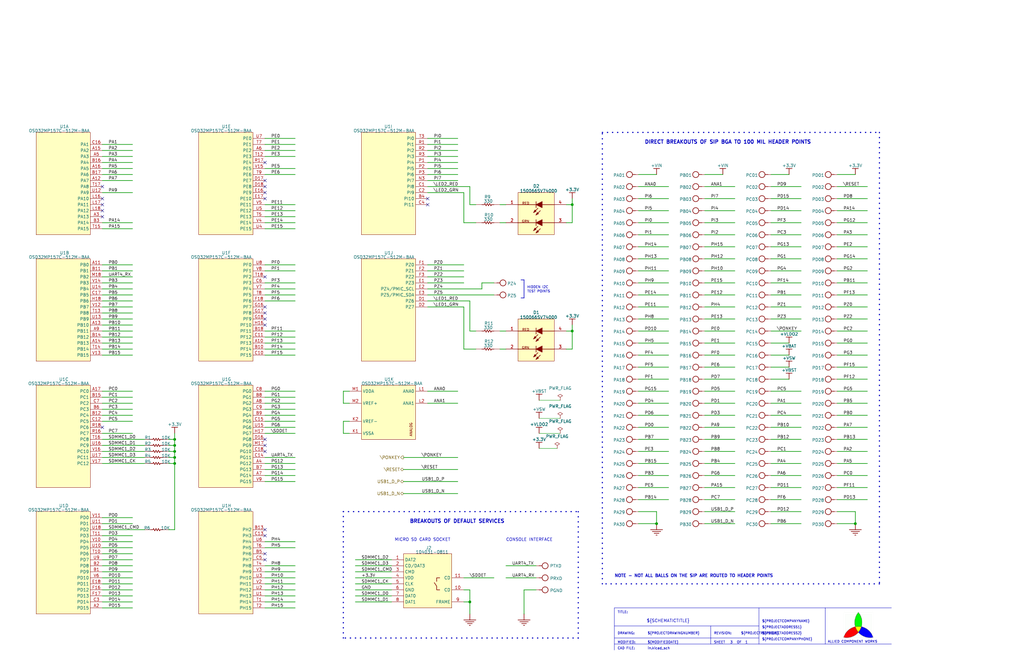
<source format=kicad_sch>
(kicad_sch (version 20210621) (generator eeschema)
  (paper "B")
  (title_block (title "<title>") (rev "X1") (company "Allied Component Works"))
  (junction (at 73.66 185.42) (diameter 1.016))
  (junction (at 73.66 187.96) (diameter 1.016))
  (junction (at 73.66 190.5) (diameter 1.016))
  (junction (at 73.66 193.04) (diameter 1.016))
  (junction (at 73.66 195.58) (diameter 1.016))
  (junction (at 198.12 254) (diameter 1.016))
  (junction (at 241.3 86.36) (diameter 1.016))
  (junction (at 241.3 139.7) (diameter 1.016))
  (junction (at 276.86 220.98) (diameter 1.016))
  (junction (at 360.68 220.98) (diameter 1.016))
  (no_connect (at 43.18 78.74))
  (no_connect (at 43.18 83.82))
  (no_connect (at 43.18 86.36))
  (no_connect (at 43.18 88.9))
  (no_connect (at 43.18 91.44))
  (no_connect (at 43.18 180.34))
  (no_connect (at 111.76 68.58))
  (no_connect (at 111.76 76.2))
  (no_connect (at 111.76 78.74))
  (no_connect (at 111.76 81.28))
  (no_connect (at 111.76 83.82))
  (no_connect (at 111.76 116.84))
  (no_connect (at 111.76 129.54))
  (no_connect (at 111.76 132.08))
  (no_connect (at 111.76 134.62))
  (no_connect (at 111.76 137.16))
  (no_connect (at 111.76 185.42))
  (no_connect (at 111.76 187.96))
  (no_connect (at 111.76 190.5))
  (no_connect (at 111.76 223.52))
  (no_connect (at 111.76 226.06))
  (no_connect (at 111.76 233.68))
  (no_connect (at 111.76 236.22))
  (no_connect (at 180.34 83.82))
  (no_connect (at 180.34 86.36))
  (wire (pts (xy 43.18 124.46) (xy 55.88 124.46)) (stroke (width 0.254)))
  (wire (pts (xy 43.18 127) (xy 55.88 127)) (stroke (width 0.254)))
  (wire (pts (xy 43.18 246.38) (xy 55.88 246.38)) (stroke (width 0.254)))
  (wire (pts (xy 43.18 248.92) (xy 55.88 248.92)) (stroke (width 0.254)))
  (wire (pts (xy 43.18 251.46) (xy 55.88 251.46)) (stroke (width 0.254)))
  (wire (pts (xy 55.88 60.96) (xy 43.18 60.96)) (stroke (width 0.254)))
  (wire (pts (xy 55.88 63.5) (xy 43.18 63.5)) (stroke (width 0.254)))
  (wire (pts (xy 55.88 66.04) (xy 43.18 66.04)) (stroke (width 0.254)))
  (wire (pts (xy 55.88 68.58) (xy 43.18 68.58)) (stroke (width 0.254)))
  (wire (pts (xy 55.88 71.12) (xy 43.18 71.12)) (stroke (width 0.254)))
  (wire (pts (xy 55.88 73.66) (xy 43.18 73.66)) (stroke (width 0.254)))
  (wire (pts (xy 55.88 76.2) (xy 43.18 76.2)) (stroke (width 0.254)))
  (wire (pts (xy 55.88 81.28) (xy 43.18 81.28)) (stroke (width 0.254)))
  (wire (pts (xy 55.88 93.98) (xy 43.18 93.98)) (stroke (width 0.254)))
  (wire (pts (xy 55.88 96.52) (xy 43.18 96.52)) (stroke (width 0.254)))
  (wire (pts (xy 55.88 111.76) (xy 43.18 111.76)) (stroke (width 0.254)))
  (wire (pts (xy 55.88 114.3) (xy 43.18 114.3)) (stroke (width 0.254)))
  (wire (pts (xy 55.88 116.84) (xy 43.18 116.84)) (stroke (width 0.254)))
  (wire (pts (xy 55.88 119.38) (xy 43.18 119.38)) (stroke (width 0.254)))
  (wire (pts (xy 55.88 121.92) (xy 43.18 121.92)) (stroke (width 0.254)))
  (wire (pts (xy 55.88 129.54) (xy 43.18 129.54)) (stroke (width 0.254)))
  (wire (pts (xy 55.88 132.08) (xy 43.18 132.08)) (stroke (width 0.254)))
  (wire (pts (xy 55.88 134.62) (xy 43.18 134.62)) (stroke (width 0.254)))
  (wire (pts (xy 55.88 137.16) (xy 43.18 137.16)) (stroke (width 0.254)))
  (wire (pts (xy 55.88 139.7) (xy 43.18 139.7)) (stroke (width 0.254)))
  (wire (pts (xy 55.88 142.24) (xy 43.18 142.24)) (stroke (width 0.254)))
  (wire (pts (xy 55.88 144.78) (xy 43.18 144.78)) (stroke (width 0.254)))
  (wire (pts (xy 55.88 147.32) (xy 43.18 147.32)) (stroke (width 0.254)))
  (wire (pts (xy 55.88 149.86) (xy 43.18 149.86)) (stroke (width 0.254)))
  (wire (pts (xy 55.88 165.1) (xy 43.18 165.1)) (stroke (width 0.254)))
  (wire (pts (xy 55.88 167.64) (xy 43.18 167.64)) (stroke (width 0.254)))
  (wire (pts (xy 55.88 170.18) (xy 43.18 170.18)) (stroke (width 0.254)))
  (wire (pts (xy 55.88 172.72) (xy 43.18 172.72)) (stroke (width 0.254)))
  (wire (pts (xy 55.88 175.26) (xy 43.18 175.26)) (stroke (width 0.254)))
  (wire (pts (xy 55.88 177.8) (xy 43.18 177.8)) (stroke (width 0.254)))
  (wire (pts (xy 55.88 182.88) (xy 43.18 182.88)) (stroke (width 0.254)))
  (wire (pts (xy 55.88 218.44) (xy 43.18 218.44)) (stroke (width 0.254)))
  (wire (pts (xy 55.88 220.98) (xy 43.18 220.98)) (stroke (width 0.254)))
  (wire (pts (xy 55.88 226.06) (xy 43.18 226.06)) (stroke (width 0.254)))
  (wire (pts (xy 55.88 228.6) (xy 43.18 228.6)) (stroke (width 0.254)))
  (wire (pts (xy 55.88 231.14) (xy 43.18 231.14)) (stroke (width 0.254)))
  (wire (pts (xy 55.88 233.68) (xy 43.18 233.68)) (stroke (width 0.254)))
  (wire (pts (xy 55.88 236.22) (xy 43.18 236.22)) (stroke (width 0.254)))
  (wire (pts (xy 55.88 238.76) (xy 43.18 238.76)) (stroke (width 0.254)))
  (wire (pts (xy 55.88 241.3) (xy 43.18 241.3)) (stroke (width 0.254)))
  (wire (pts (xy 55.88 243.84) (xy 43.18 243.84)) (stroke (width 0.254)))
  (wire (pts (xy 55.88 254) (xy 43.18 254)) (stroke (width 0.254)))
  (wire (pts (xy 55.88 256.54) (xy 43.18 256.54)) (stroke (width 0.254)))
  (wire (pts (xy 60.96 185.42) (xy 43.18 185.42)) (stroke (width 0.254)))
  (wire (pts (xy 60.96 187.96) (xy 43.18 187.96)) (stroke (width 0.254)))
  (wire (pts (xy 60.96 190.5) (xy 43.18 190.5)) (stroke (width 0.254)))
  (wire (pts (xy 60.96 193.04) (xy 43.18 193.04)) (stroke (width 0.254)))
  (wire (pts (xy 60.96 195.58) (xy 43.18 195.58)) (stroke (width 0.254)))
  (wire (pts (xy 60.96 223.52) (xy 43.18 223.52)) (stroke (width 0.254)))
  (wire (pts (xy 71.12 185.42) (xy 73.66 185.42)) (stroke (width 0.254)))
  (wire (pts (xy 71.12 187.96) (xy 73.66 187.96)) (stroke (width 0.254)))
  (wire (pts (xy 71.12 190.5) (xy 73.66 190.5)) (stroke (width 0.254)))
  (wire (pts (xy 71.12 193.04) (xy 73.66 193.04)) (stroke (width 0.254)))
  (wire (pts (xy 71.12 223.52) (xy 73.66 223.52)) (stroke (width 0.254)))
  (wire (pts (xy 73.66 182.88) (xy 73.66 185.42)) (stroke (width 0.254)))
  (wire (pts (xy 73.66 185.42) (xy 73.66 187.96)) (stroke (width 0.254)))
  (wire (pts (xy 73.66 187.96) (xy 73.66 190.5)) (stroke (width 0.254)))
  (wire (pts (xy 73.66 190.5) (xy 73.66 193.04)) (stroke (width 0.254)))
  (wire (pts (xy 73.66 193.04) (xy 73.66 195.58)) (stroke (width 0.254)))
  (wire (pts (xy 73.66 195.58) (xy 71.12 195.58)) (stroke (width 0.254)))
  (wire (pts (xy 73.66 223.52) (xy 73.66 195.58)) (stroke (width 0.254)))
  (wire (pts (xy 111.76 127) (xy 124.46 127)) (stroke (width 0.254)))
  (wire (pts (xy 111.76 182.88) (xy 124.46 182.88)) (stroke (width 0.254)))
  (wire (pts (xy 124.46 58.42) (xy 111.76 58.42)) (stroke (width 0.254)))
  (wire (pts (xy 124.46 60.96) (xy 111.76 60.96)) (stroke (width 0.254)))
  (wire (pts (xy 124.46 63.5) (xy 111.76 63.5)) (stroke (width 0.254)))
  (wire (pts (xy 124.46 66.04) (xy 111.76 66.04)) (stroke (width 0.254)))
  (wire (pts (xy 124.46 71.12) (xy 111.76 71.12)) (stroke (width 0.254)))
  (wire (pts (xy 124.46 73.66) (xy 111.76 73.66)) (stroke (width 0.254)))
  (wire (pts (xy 124.46 86.36) (xy 111.76 86.36)) (stroke (width 0.254)))
  (wire (pts (xy 124.46 88.9) (xy 111.76 88.9)) (stroke (width 0.254)))
  (wire (pts (xy 124.46 91.44) (xy 111.76 91.44)) (stroke (width 0.254)))
  (wire (pts (xy 124.46 93.98) (xy 111.76 93.98)) (stroke (width 0.254)))
  (wire (pts (xy 124.46 96.52) (xy 111.76 96.52)) (stroke (width 0.254)))
  (wire (pts (xy 124.46 111.76) (xy 111.76 111.76)) (stroke (width 0.254)))
  (wire (pts (xy 124.46 114.3) (xy 111.76 114.3)) (stroke (width 0.254)))
  (wire (pts (xy 124.46 119.38) (xy 111.76 119.38)) (stroke (width 0.254)))
  (wire (pts (xy 124.46 121.92) (xy 111.76 121.92)) (stroke (width 0.254)))
  (wire (pts (xy 124.46 124.46) (xy 111.76 124.46)) (stroke (width 0.254)))
  (wire (pts (xy 124.46 139.7) (xy 111.76 139.7)) (stroke (width 0.254)))
  (wire (pts (xy 124.46 142.24) (xy 111.76 142.24)) (stroke (width 0.254)))
  (wire (pts (xy 124.46 144.78) (xy 111.76 144.78)) (stroke (width 0.254)))
  (wire (pts (xy 124.46 147.32) (xy 111.76 147.32)) (stroke (width 0.254)))
  (wire (pts (xy 124.46 149.86) (xy 111.76 149.86)) (stroke (width 0.254)))
  (wire (pts (xy 124.46 165.1) (xy 111.76 165.1)) (stroke (width 0.254)))
  (wire (pts (xy 124.46 167.64) (xy 111.76 167.64)) (stroke (width 0.254)))
  (wire (pts (xy 124.46 170.18) (xy 111.76 170.18)) (stroke (width 0.254)))
  (wire (pts (xy 124.46 172.72) (xy 111.76 172.72)) (stroke (width 0.254)))
  (wire (pts (xy 124.46 175.26) (xy 111.76 175.26)) (stroke (width 0.254)))
  (wire (pts (xy 124.46 177.8) (xy 111.76 177.8)) (stroke (width 0.254)))
  (wire (pts (xy 124.46 180.34) (xy 111.76 180.34)) (stroke (width 0.254)))
  (wire (pts (xy 124.46 193.04) (xy 111.76 193.04)) (stroke (width 0.254)))
  (wire (pts (xy 124.46 195.58) (xy 111.76 195.58)) (stroke (width 0.254)))
  (wire (pts (xy 124.46 198.12) (xy 111.76 198.12)) (stroke (width 0.254)))
  (wire (pts (xy 124.46 200.66) (xy 111.76 200.66)) (stroke (width 0.254)))
  (wire (pts (xy 124.46 203.2) (xy 111.76 203.2)) (stroke (width 0.254)))
  (wire (pts (xy 124.46 228.6) (xy 111.76 228.6)) (stroke (width 0.254)))
  (wire (pts (xy 124.46 231.14) (xy 111.76 231.14)) (stroke (width 0.254)))
  (wire (pts (xy 124.46 238.76) (xy 111.76 238.76)) (stroke (width 0.254)))
  (wire (pts (xy 124.46 241.3) (xy 111.76 241.3)) (stroke (width 0.254)))
  (wire (pts (xy 124.46 243.84) (xy 111.76 243.84)) (stroke (width 0.254)))
  (wire (pts (xy 124.46 246.38) (xy 111.76 246.38)) (stroke (width 0.254)))
  (wire (pts (xy 124.46 248.92) (xy 111.76 248.92)) (stroke (width 0.254)))
  (wire (pts (xy 124.46 251.46) (xy 111.76 251.46)) (stroke (width 0.254)))
  (wire (pts (xy 124.46 254) (xy 111.76 254)) (stroke (width 0.254)))
  (wire (pts (xy 124.46 256.54) (xy 111.76 256.54)) (stroke (width 0.254)))
  (wire (pts (xy 144.78 165.1) (xy 147.32 165.1)) (stroke (width 0.254)))
  (wire (pts (xy 144.78 170.18) (xy 144.78 165.1)) (stroke (width 0.254)))
  (wire (pts (xy 144.78 177.8) (xy 144.78 182.88)) (stroke (width 0.254)))
  (wire (pts (xy 144.78 182.88) (xy 147.32 182.88)) (stroke (width 0.254)))
  (wire (pts (xy 147.32 170.18) (xy 144.78 170.18)) (stroke (width 0.254)))
  (wire (pts (xy 147.32 177.8) (xy 144.78 177.8)) (stroke (width 0.254)))
  (wire (pts (xy 165.1 236.22) (xy 149.86 236.22)) (stroke (width 0.254)))
  (wire (pts (xy 165.1 238.76) (xy 149.86 238.76)) (stroke (width 0.254)))
  (wire (pts (xy 165.1 241.3) (xy 149.86 241.3)) (stroke (width 0.254)))
  (wire (pts (xy 165.1 243.84) (xy 149.86 243.84)) (stroke (width 0.254)))
  (wire (pts (xy 165.1 246.38) (xy 149.86 246.38)) (stroke (width 0.254)))
  (wire (pts (xy 165.1 248.92) (xy 149.86 248.92)) (stroke (width 0.254)))
  (wire (pts (xy 165.1 251.46) (xy 149.86 251.46)) (stroke (width 0.254)))
  (wire (pts (xy 165.1 254) (xy 149.86 254)) (stroke (width 0.254)))
  (wire (pts (xy 170.18 193.04) (xy 193.04 193.04)) (stroke (width 0.254)))
  (wire (pts (xy 170.18 198.12) (xy 193.04 198.12)) (stroke (width 0.254)))
  (wire (pts (xy 170.18 203.2) (xy 193.04 203.2)) (stroke (width 0.254)))
  (wire (pts (xy 170.18 208.28) (xy 193.04 208.28)) (stroke (width 0.254)))
  (wire (pts (xy 180.34 78.74) (xy 198.12 78.74)) (stroke (width 0.254)))
  (wire (pts (xy 180.34 81.28) (xy 195.58 81.28)) (stroke (width 0.254)))
  (wire (pts (xy 180.34 111.76) (xy 195.58 111.76)) (stroke (width 0.254)))
  (wire (pts (xy 180.34 114.3) (xy 195.58 114.3)) (stroke (width 0.254)))
  (wire (pts (xy 180.34 116.84) (xy 195.58 116.84)) (stroke (width 0.254)))
  (wire (pts (xy 180.34 119.38) (xy 195.58 119.38)) (stroke (width 0.254)))
  (wire (pts (xy 180.34 124.46) (xy 208.28 124.46)) (stroke (width 0.254)))
  (wire (pts (xy 180.34 127) (xy 198.12 127)) (stroke (width 0.254)))
  (wire (pts (xy 180.34 129.54) (xy 195.58 129.54)) (stroke (width 0.254)))
  (wire (pts (xy 193.04 58.42) (xy 180.34 58.42)) (stroke (width 0.254)))
  (wire (pts (xy 193.04 60.96) (xy 180.34 60.96)) (stroke (width 0.254)))
  (wire (pts (xy 193.04 63.5) (xy 180.34 63.5)) (stroke (width 0.254)))
  (wire (pts (xy 193.04 66.04) (xy 180.34 66.04)) (stroke (width 0.254)))
  (wire (pts (xy 193.04 68.58) (xy 180.34 68.58)) (stroke (width 0.254)))
  (wire (pts (xy 193.04 71.12) (xy 180.34 71.12)) (stroke (width 0.254)))
  (wire (pts (xy 193.04 73.66) (xy 180.34 73.66)) (stroke (width 0.254)))
  (wire (pts (xy 193.04 76.2) (xy 180.34 76.2)) (stroke (width 0.254)))
  (wire (pts (xy 193.04 165.1) (xy 180.34 165.1)) (stroke (width 0.254)))
  (wire (pts (xy 193.04 170.18) (xy 180.34 170.18)) (stroke (width 0.254)))
  (wire (pts (xy 195.58 81.28) (xy 195.58 93.98)) (stroke (width 0.254)))
  (wire (pts (xy 195.58 93.98) (xy 200.66 93.98)) (stroke (width 0.254)))
  (wire (pts (xy 195.58 129.54) (xy 195.58 147.32)) (stroke (width 0.254)))
  (wire (pts (xy 195.58 147.32) (xy 200.66 147.32)) (stroke (width 0.254)))
  (wire (pts (xy 195.58 243.84) (xy 208.28 243.84)) (stroke (width 0.254)))
  (wire (pts (xy 195.58 248.92) (xy 198.12 248.92)) (stroke (width 0.254)))
  (wire (pts (xy 195.58 254) (xy 198.12 254)) (stroke (width 0.254)))
  (wire (pts (xy 198.12 78.74) (xy 198.12 86.36)) (stroke (width 0.254)))
  (wire (pts (xy 198.12 86.36) (xy 200.66 86.36)) (stroke (width 0.254)))
  (wire (pts (xy 198.12 127) (xy 198.12 139.7)) (stroke (width 0.254)))
  (wire (pts (xy 198.12 139.7) (xy 200.66 139.7)) (stroke (width 0.254)))
  (wire (pts (xy 198.12 248.92) (xy 198.12 254)) (stroke (width 0.254)))
  (wire (pts (xy 198.12 259.08) (xy 198.12 254)) (stroke (width 0.254)))
  (wire (pts (xy 203.2 119.38) (xy 203.2 121.92)) (stroke (width 0.254)))
  (wire (pts (xy 203.2 121.92) (xy 180.34 121.92)) (stroke (width 0.254)))
  (wire (pts (xy 208.28 119.38) (xy 203.2 119.38)) (stroke (width 0.254)))
  (wire (pts (xy 210.82 86.36) (xy 213.36 86.36)) (stroke (width 0.254)))
  (wire (pts (xy 210.82 93.98) (xy 213.36 93.98)) (stroke (width 0.254)))
  (wire (pts (xy 210.82 139.7) (xy 213.36 139.7)) (stroke (width 0.254)))
  (wire (pts (xy 213.36 147.32) (xy 210.82 147.32)) (stroke (width 0.254)))
  (wire (pts (xy 213.36 238.76) (xy 226.06 238.76)) (stroke (width 0.254)))
  (wire (pts (xy 213.36 243.84) (xy 226.06 243.84)) (stroke (width 0.254)))
  (wire (pts (xy 220.98 248.92) (xy 220.98 259.08)) (stroke (width 0.254)))
  (wire (pts (xy 226.06 248.92) (xy 220.98 248.92)) (stroke (width 0.254)))
  (wire (pts (xy 227.33 168.91) (xy 236.22 168.91)))
  (wire (pts (xy 227.33 176.53) (xy 236.22 176.53)))
  (wire (pts (xy 227.33 182.88) (xy 236.22 182.88)))
  (wire (pts (xy 234.95 189.23) (xy 227.33 189.23)))
  (wire (pts (xy 238.76 86.36) (xy 241.3 86.36)) (stroke (width 0.254)))
  (wire (pts (xy 238.76 139.7) (xy 241.3 139.7)) (stroke (width 0.254)))
  (wire (pts (xy 241.3 83.82) (xy 241.3 86.36)) (stroke (width 0.254)))
  (wire (pts (xy 241.3 86.36) (xy 241.3 93.98)) (stroke (width 0.254)))
  (wire (pts (xy 241.3 93.98) (xy 238.76 93.98)) (stroke (width 0.254)))
  (wire (pts (xy 241.3 137.16) (xy 241.3 139.7)) (stroke (width 0.254)))
  (wire (pts (xy 241.3 139.7) (xy 241.3 147.32)) (stroke (width 0.254)))
  (wire (pts (xy 241.3 147.32) (xy 238.76 147.32)) (stroke (width 0.254)))
  (wire (pts (xy 269.24 73.66) (xy 276.86 73.66)) (stroke (width 0.254)))
  (wire (pts (xy 269.24 78.74) (xy 281.94 78.74)) (stroke (width 0.254)))
  (wire (pts (xy 269.24 83.82) (xy 281.94 83.82)) (stroke (width 0.254)))
  (wire (pts (xy 269.24 88.9) (xy 281.94 88.9)) (stroke (width 0.254)))
  (wire (pts (xy 269.24 93.98) (xy 281.94 93.98)) (stroke (width 0.254)))
  (wire (pts (xy 269.24 99.06) (xy 281.94 99.06)) (stroke (width 0.254)))
  (wire (pts (xy 269.24 104.14) (xy 281.94 104.14)) (stroke (width 0.254)))
  (wire (pts (xy 269.24 109.22) (xy 281.94 109.22)) (stroke (width 0.254)))
  (wire (pts (xy 269.24 114.3) (xy 281.94 114.3)) (stroke (width 0.254)))
  (wire (pts (xy 269.24 119.38) (xy 281.94 119.38)) (stroke (width 0.254)))
  (wire (pts (xy 269.24 124.46) (xy 281.94 124.46)) (stroke (width 0.254)))
  (wire (pts (xy 269.24 129.54) (xy 281.94 129.54)) (stroke (width 0.254)))
  (wire (pts (xy 269.24 134.62) (xy 281.94 134.62)) (stroke (width 0.254)))
  (wire (pts (xy 269.24 139.7) (xy 281.94 139.7)) (stroke (width 0.254)))
  (wire (pts (xy 269.24 144.78) (xy 281.94 144.78)) (stroke (width 0.254)))
  (wire (pts (xy 269.24 149.86) (xy 281.94 149.86)) (stroke (width 0.254)))
  (wire (pts (xy 269.24 154.94) (xy 281.94 154.94)) (stroke (width 0.254)))
  (wire (pts (xy 269.24 160.02) (xy 281.94 160.02)) (stroke (width 0.254)))
  (wire (pts (xy 269.24 165.1) (xy 281.94 165.1)) (stroke (width 0.254)))
  (wire (pts (xy 269.24 170.18) (xy 281.94 170.18)) (stroke (width 0.254)))
  (wire (pts (xy 269.24 175.26) (xy 281.94 175.26)) (stroke (width 0.254)))
  (wire (pts (xy 269.24 180.34) (xy 281.94 180.34)) (stroke (width 0.254)))
  (wire (pts (xy 269.24 185.42) (xy 281.94 185.42)) (stroke (width 0.254)))
  (wire (pts (xy 269.24 190.5) (xy 281.94 190.5)) (stroke (width 0.254)))
  (wire (pts (xy 269.24 195.58) (xy 281.94 195.58)) (stroke (width 0.254)))
  (wire (pts (xy 269.24 200.66) (xy 281.94 200.66)) (stroke (width 0.254)))
  (wire (pts (xy 269.24 205.74) (xy 281.94 205.74)) (stroke (width 0.254)))
  (wire (pts (xy 269.24 210.82) (xy 281.94 210.82)) (stroke (width 0.254)))
  (wire (pts (xy 269.24 215.9) (xy 276.86 215.9)) (stroke (width 0.254)))
  (wire (pts (xy 276.86 215.9) (xy 276.86 220.98)) (stroke (width 0.254)))
  (wire (pts (xy 276.86 220.98) (xy 269.24 220.98)) (stroke (width 0.254)))
  (wire (pts (xy 297.18 73.66) (xy 304.8 73.66)) (stroke (width 0.254)))
  (wire (pts (xy 297.18 78.74) (xy 309.88 78.74)) (stroke (width 0.254)))
  (wire (pts (xy 297.18 83.82) (xy 309.88 83.82)) (stroke (width 0.254)))
  (wire (pts (xy 297.18 88.9) (xy 309.88 88.9)) (stroke (width 0.254)))
  (wire (pts (xy 297.18 93.98) (xy 309.88 93.98)) (stroke (width 0.254)))
  (wire (pts (xy 297.18 99.06) (xy 309.88 99.06)) (stroke (width 0.254)))
  (wire (pts (xy 297.18 104.14) (xy 309.88 104.14)) (stroke (width 0.254)))
  (wire (pts (xy 297.18 109.22) (xy 309.88 109.22)) (stroke (width 0.254)))
  (wire (pts (xy 297.18 114.3) (xy 309.88 114.3)) (stroke (width 0.254)))
  (wire (pts (xy 297.18 119.38) (xy 309.88 119.38)) (stroke (width 0.254)))
  (wire (pts (xy 297.18 124.46) (xy 309.88 124.46)) (stroke (width 0.254)))
  (wire (pts (xy 297.18 129.54) (xy 309.88 129.54)) (stroke (width 0.254)))
  (wire (pts (xy 297.18 134.62) (xy 309.88 134.62)) (stroke (width 0.254)))
  (wire (pts (xy 297.18 139.7) (xy 309.88 139.7)) (stroke (width 0.254)))
  (wire (pts (xy 297.18 144.78) (xy 309.88 144.78)) (stroke (width 0.254)))
  (wire (pts (xy 297.18 149.86) (xy 309.88 149.86)) (stroke (width 0.254)))
  (wire (pts (xy 297.18 154.94) (xy 309.88 154.94)) (stroke (width 0.254)))
  (wire (pts (xy 297.18 160.02) (xy 309.88 160.02)) (stroke (width 0.254)))
  (wire (pts (xy 297.18 165.1) (xy 309.88 165.1)) (stroke (width 0.254)))
  (wire (pts (xy 297.18 170.18) (xy 309.88 170.18)) (stroke (width 0.254)))
  (wire (pts (xy 297.18 175.26) (xy 309.88 175.26)) (stroke (width 0.254)))
  (wire (pts (xy 297.18 180.34) (xy 309.88 180.34)) (stroke (width 0.254)))
  (wire (pts (xy 297.18 185.42) (xy 309.88 185.42)) (stroke (width 0.254)))
  (wire (pts (xy 297.18 190.5) (xy 309.88 190.5)) (stroke (width 0.254)))
  (wire (pts (xy 297.18 195.58) (xy 309.88 195.58)) (stroke (width 0.254)))
  (wire (pts (xy 297.18 200.66) (xy 309.88 200.66)) (stroke (width 0.254)))
  (wire (pts (xy 297.18 205.74) (xy 309.88 205.74)) (stroke (width 0.254)))
  (wire (pts (xy 297.18 210.82) (xy 309.88 210.82)) (stroke (width 0.254)))
  (wire (pts (xy 297.18 215.9) (xy 309.88 215.9)) (stroke (width 0.254)))
  (wire (pts (xy 309.88 220.98) (xy 297.18 220.98)) (stroke (width 0.254)))
  (wire (pts (xy 325.12 73.66) (xy 332.74 73.66)) (stroke (width 0.254)))
  (wire (pts (xy 325.12 78.74) (xy 337.82 78.74)) (stroke (width 0.254)))
  (wire (pts (xy 325.12 83.82) (xy 337.82 83.82)) (stroke (width 0.254)))
  (wire (pts (xy 325.12 93.98) (xy 337.82 93.98)) (stroke (width 0.254)))
  (wire (pts (xy 325.12 99.06) (xy 337.82 99.06)) (stroke (width 0.254)))
  (wire (pts (xy 325.12 104.14) (xy 337.82 104.14)) (stroke (width 0.254)))
  (wire (pts (xy 325.12 109.22) (xy 337.82 109.22)) (stroke (width 0.254)))
  (wire (pts (xy 325.12 114.3) (xy 337.82 114.3)) (stroke (width 0.254)))
  (wire (pts (xy 325.12 119.38) (xy 337.82 119.38)) (stroke (width 0.254)))
  (wire (pts (xy 325.12 124.46) (xy 337.82 124.46)) (stroke (width 0.254)))
  (wire (pts (xy 325.12 129.54) (xy 337.82 129.54)) (stroke (width 0.254)))
  (wire (pts (xy 325.12 134.62) (xy 337.82 134.62)) (stroke (width 0.254)))
  (wire (pts (xy 325.12 139.7) (xy 337.82 139.7)) (stroke (width 0.254)))
  (wire (pts (xy 325.12 144.78) (xy 332.74 144.78)) (stroke (width 0.254)))
  (wire (pts (xy 325.12 149.86) (xy 332.74 149.86)) (stroke (width 0.254)))
  (wire (pts (xy 325.12 154.94) (xy 332.74 154.94)) (stroke (width 0.254)))
  (wire (pts (xy 325.12 160.02) (xy 332.74 160.02)) (stroke (width 0.254)))
  (wire (pts (xy 325.12 165.1) (xy 337.82 165.1)) (stroke (width 0.254)))
  (wire (pts (xy 325.12 170.18) (xy 337.82 170.18)) (stroke (width 0.254)))
  (wire (pts (xy 325.12 175.26) (xy 337.82 175.26)) (stroke (width 0.254)))
  (wire (pts (xy 325.12 180.34) (xy 337.82 180.34)) (stroke (width 0.254)))
  (wire (pts (xy 325.12 185.42) (xy 337.82 185.42)) (stroke (width 0.254)))
  (wire (pts (xy 325.12 190.5) (xy 337.82 190.5)) (stroke (width 0.254)))
  (wire (pts (xy 325.12 195.58) (xy 337.82 195.58)) (stroke (width 0.254)))
  (wire (pts (xy 325.12 200.66) (xy 337.82 200.66)) (stroke (width 0.254)))
  (wire (pts (xy 325.12 205.74) (xy 337.82 205.74)) (stroke (width 0.254)))
  (wire (pts (xy 325.12 210.82) (xy 337.82 210.82)) (stroke (width 0.254)))
  (wire (pts (xy 325.12 215.9) (xy 337.82 215.9)) (stroke (width 0.254)))
  (wire (pts (xy 337.82 88.9) (xy 325.12 88.9)) (stroke (width 0.254)))
  (wire (pts (xy 337.82 220.98) (xy 325.12 220.98)) (stroke (width 0.254)))
  (wire (pts (xy 353.06 73.66) (xy 360.68 73.66)) (stroke (width 0.254)))
  (wire (pts (xy 353.06 78.74) (xy 365.76 78.74)) (stroke (width 0.254)))
  (wire (pts (xy 353.06 83.82) (xy 365.76 83.82)) (stroke (width 0.254)))
  (wire (pts (xy 353.06 88.9) (xy 365.76 88.9)) (stroke (width 0.254)))
  (wire (pts (xy 353.06 93.98) (xy 365.76 93.98)) (stroke (width 0.254)))
  (wire (pts (xy 353.06 99.06) (xy 365.76 99.06)) (stroke (width 0.254)))
  (wire (pts (xy 353.06 104.14) (xy 365.76 104.14)) (stroke (width 0.254)))
  (wire (pts (xy 353.06 109.22) (xy 365.76 109.22)) (stroke (width 0.254)))
  (wire (pts (xy 353.06 114.3) (xy 365.76 114.3)) (stroke (width 0.254)))
  (wire (pts (xy 353.06 119.38) (xy 365.76 119.38)) (stroke (width 0.254)))
  (wire (pts (xy 353.06 124.46) (xy 365.76 124.46)) (stroke (width 0.254)))
  (wire (pts (xy 353.06 129.54) (xy 365.76 129.54)) (stroke (width 0.254)))
  (wire (pts (xy 353.06 134.62) (xy 365.76 134.62)) (stroke (width 0.254)))
  (wire (pts (xy 353.06 139.7) (xy 365.76 139.7)) (stroke (width 0.254)))
  (wire (pts (xy 353.06 144.78) (xy 365.76 144.78)) (stroke (width 0.254)))
  (wire (pts (xy 353.06 149.86) (xy 365.76 149.86)) (stroke (width 0.254)))
  (wire (pts (xy 353.06 154.94) (xy 365.76 154.94)) (stroke (width 0.254)))
  (wire (pts (xy 353.06 160.02) (xy 365.76 160.02)) (stroke (width 0.254)))
  (wire (pts (xy 353.06 165.1) (xy 365.76 165.1)) (stroke (width 0.254)))
  (wire (pts (xy 353.06 170.18) (xy 365.76 170.18)) (stroke (width 0.254)))
  (wire (pts (xy 353.06 175.26) (xy 365.76 175.26)) (stroke (width 0.254)))
  (wire (pts (xy 353.06 180.34) (xy 365.76 180.34)) (stroke (width 0.254)))
  (wire (pts (xy 353.06 185.42) (xy 365.76 185.42)) (stroke (width 0.254)))
  (wire (pts (xy 353.06 190.5) (xy 365.76 190.5)) (stroke (width 0.254)))
  (wire (pts (xy 353.06 195.58) (xy 365.76 195.58)) (stroke (width 0.254)))
  (wire (pts (xy 353.06 200.66) (xy 365.76 200.66)) (stroke (width 0.254)))
  (wire (pts (xy 353.06 205.74) (xy 365.76 205.74)) (stroke (width 0.254)))
  (wire (pts (xy 353.06 210.82) (xy 365.76 210.82)) (stroke (width 0.254)))
  (wire (pts (xy 353.06 215.9) (xy 360.68 215.9)) (stroke (width 0.254)))
  (wire (pts (xy 360.68 215.9) (xy 360.68 220.98)) (stroke (width 0.254)))
  (wire (pts (xy 360.68 220.98) (xy 353.06 220.98)) (stroke (width 0.254)))
  (polyline (pts (xy 144.78 215.9) (xy 243.84 215.9)) (stroke (width 0.508) (type dot)))
  (polyline (pts (xy 144.78 269.24) (xy 144.78 215.9)) (stroke (width 0.508) (type dot)))
  (polyline (pts (xy 219.71 118.11) (xy 220.98 118.11)) (stroke (width 0.254) (type solid)))
  (polyline (pts (xy 220.98 118.11) (xy 220.98 125.73)) (stroke (width 0.254) (type solid)))
  (polyline (pts (xy 220.98 125.73) (xy 219.71 125.73)) (stroke (width 0.254) (type solid)))
  (polyline (pts (xy 243.84 215.9) (xy 243.84 269.24)) (stroke (width 0.508) (type dot)))
  (polyline (pts (xy 243.84 269.24) (xy 144.78 269.24)) (stroke (width 0.508) (type dot)))
  (polyline (pts (xy 254 55.88) (xy 370.84 55.88)) (stroke (width 0.508) (type dot)))
  (polyline (pts (xy 254 246.38) (xy 254 55.88)) (stroke (width 0.508) (type dot)))
  (polyline (pts (xy 259.08 256.54) (xy 259.08 274.32)) (stroke (width 0) (type solid)))
  (polyline (pts (xy 259.08 264.16) (xy 320.04 264.16)) (stroke (width 0) (type solid)))
  (polyline (pts (xy 259.08 269.24) (xy 320.04 269.24)) (stroke (width 0) (type solid)))
  (polyline (pts (xy 299.72 264.16) (xy 299.72 271.78)) (stroke (width 0) (type solid)))
  (polyline (pts (xy 320.04 256.54) (xy 320.04 271.78)) (stroke (width 0) (type solid)))
  (polyline (pts (xy 347.98 256.54) (xy 259.08 256.54)) (stroke (width 0) (type solid)))
  (polyline (pts (xy 347.98 256.54) (xy 347.98 271.78)) (stroke (width 0) (type solid)))
  (polyline (pts (xy 350.52 271.78) (xy 259.08 271.78)) (stroke (width 0) (type solid)))
  (polyline (pts (xy 350.52 271.78) (xy 375.92 271.78)) (stroke (width 0) (type solid)))
  (polyline (pts (xy 370.84 55.88) (xy 370.84 246.38)) (stroke (width 0.508) (type dot)))
  (polyline (pts (xy 370.84 246.38) (xy 254 246.38)) (stroke (width 0.508) (type dot)))
  (polyline (pts (xy 375.92 256.54) (xy 347.98 256.54)) (stroke (width 0) (type solid)))
  (image (at 361.9499 263.7911) (scale 1.0135))
  (text "MICRO SD CARD SOCKET" (at 166.37 228.6 180) (effects (font (size 1.27 1.27)) (justify left bottom)))
  (text "BREAKOUTS OF DEFAULT SERVICES" (at 172.72 220.98 180) (effects (font (size 1.524 1.524) bold) (justify left bottom)))
  (text "CONSOLE INTERFACE" (at 213.36 228.6 180) (effects (font (size 1.27 1.27)) (justify left bottom)))
  (text "HIDDEN I2C" (at 222.25 121.92 180) (effects (font (size 1.016 1.016)) (justify left bottom)))
  (text "TEST POINTS" (at 222.25 123.698 180) (effects (font (size 1.016 1.016)) (justify left bottom)))
  (text "NOTE - NOT ALL BALLS ON THE SIP ARE ROUTED TO HEADER POINTS" (at 259.08 243.84 0) (effects (font (size 1.27 1.27) bold) (justify left bottom)))
  (text "TITLE:" (at 260.35 259.08 180) (effects (font (size 1.016 1.016)) (justify left bottom)))
  (text "DRAWING:" (at 260.35 267.97 180) (effects (font (size 1.016 1.016)) (justify left bottom)))
  (text "MODIFIED:" (at 260.35 271.78 180) (effects (font (size 1.016 1.016)) (justify left bottom)))
  (text "CAD FILE:" (at 260.35 274.32 180) (effects (font (size 1.016 1.016)) (justify left bottom)))
  (text "DIRECT BREAKOUTS OF SIP BGA TO 100 MIL HEADER POINTS" (at 271.78 60.96 0) (effects (font (size 1.524 1.524) bold) (justify left bottom)))
  (text "${PROJECTDRAWINGNUMBER}" (at 273.05 267.97 180) (effects (font (size 1.016 1.016)) (justify left bottom)))
  (text "${MODIFIEDDATE}" (at 273.05 271.78 180) (effects (font (size 1.016 1.016)) (justify left bottom)))
  (text "${FILENAME}" (at 273.05 274.32 180) (effects (font (size 1.016 1.016)) (justify left bottom)))
  (text "${SCHEMATICTITLE}" (at 290.83 262.89 180) (effects (font (size 1.27 1.27)) (justify right bottom)))
  (text "REVISION:" (at 300.99 267.97 180) (effects (font (size 1.016 1.016)) (justify left bottom)))
  (text "SHEET" (at 300.99 271.78 180) (effects (font (size 1.016 1.016)) (justify left bottom)))
  (text "${#}" (at 307.848 271.78 180) (effects (font (size 1.016 1.016)) (justify left bottom)))
  (text "OF" (at 310.642 271.78 180) (effects (font (size 1.016 1.016)) (justify left bottom)))
  (text "${PROJECTREVISION}" (at 312.42 267.97 180) (effects (font (size 1.016 1.016)) (justify left bottom)))
  (text "${##}" (at 314.198 271.78 180) (effects (font (size 1.016 1.016)) (justify left bottom)))
  (text "${PROJECTCOMPANYNAME}" (at 321.31 262.89 180) (effects (font (size 1.016 1.016)) (justify left bottom)))
  (text "${PROJECTADDRESS1}" (at 321.31 265.43 180) (effects (font (size 1.016 1.016)) (justify left bottom)))
  (text "${PROJECTADDRESS2}" (at 321.31 267.97 180) (effects (font (size 1.016 1.016)) (justify left bottom)))
  (text "${PROJECTCOMPANYPHONE}" (at 321.31 270.51 180) (effects (font (size 1.016 1.016)) (justify left bottom)))
  (text "ALLIED COMPONENT WORKS" (at 348.996 271.526 180) (effects (font (size 1.016 1.016)) (justify left bottom)))
  (label "PA1" (at 45.72 60.96 0))
  (label "PA2" (at 45.72 63.5 0))
  (label "PA3" (at 45.72 66.04 0))
  (label "PA4" (at 45.72 68.58 0))
  (label "PA5" (at 45.72 71.12 0))
  (label "PA6" (at 45.72 73.66 0))
  (label "PA7" (at 45.72 76.2 0))
  (label "PA9" (at 45.72 81.28 0))
  (label "PA14" (at 45.72 93.98 0))
  (label "PA15" (at 45.72 96.52 0))
  (label "PB0" (at 45.72 111.76 0))
  (label "PB1" (at 45.72 114.3 0))
  (label "UART4_RX" (at 45.72 116.84 0))
  (label "PB3" (at 45.72 119.38 0))
  (label "PB4" (at 45.72 121.92 0))
  (label "PB5" (at 45.72 124.46 0))
  (label "PB6" (at 45.72 127 0))
  (label "PB7" (at 45.72 129.54 0))
  (label "PB8" (at 45.72 132.08 0))
  (label "PB9" (at 45.72 134.62 0))
  (label "PB10" (at 45.72 137.16 0))
  (label "PB11" (at 45.72 139.7 0))
  (label "PB12" (at 45.72 142.24 0))
  (label "PB13" (at 45.72 144.78 0))
  (label "PB14" (at 45.72 147.32 0))
  (label "PB15" (at 45.72 149.86 0))
  (label "PC0" (at 45.72 165.1 0))
  (label "PC1" (at 45.72 167.64 0))
  (label "PC2" (at 45.72 170.18 0))
  (label "PC3" (at 45.72 172.72 0))
  (label "PC4" (at 45.72 175.26 0))
  (label "PC5" (at 45.72 177.8 0))
  (label "PC7" (at 45.72 182.88 0))
  (label "SDMMC1_D0" (at 45.72 185.42 0))
  (label "SDMMC1_D1" (at 45.72 187.96 0))
  (label "SDMMC1_D2" (at 45.72 190.5 0))
  (label "SDMMC1_D3" (at 45.72 193.04 0))
  (label "SDMMC1_CK" (at 45.72 195.58 0))
  (label "PD0" (at 45.72 218.44 0))
  (label "PD1" (at 45.72 220.98 0))
  (label "SDMMC1_CMD" (at 45.72 223.52 0))
  (label "PD3" (at 45.72 226.06 0))
  (label "PD4" (at 45.72 228.6 0))
  (label "PD5" (at 45.72 231.14 0))
  (label "PD6" (at 45.72 233.68 0))
  (label "PD7" (at 45.72 236.22 0))
  (label "PD8" (at 45.72 238.76 0))
  (label "PD9" (at 45.72 241.3 0))
  (label "PD10" (at 45.72 243.84 0))
  (label "PD11" (at 45.72 246.38 0))
  (label "PD12" (at 45.72 248.92 0))
  (label "PD13" (at 45.72 251.46 0))
  (label "PD14" (at 45.72 254 0))
  (label "PD15" (at 45.72 256.54 0))
  (label "PE0" (at 114.3 58.42 0))
  (label "PE1" (at 114.3 60.96 0))
  (label "PE2" (at 114.3 63.5 0))
  (label "PE3" (at 114.3 66.04 0))
  (label "PE5" (at 114.3 71.12 0))
  (label "PE6" (at 114.3 73.66 0))
  (label "PE11" (at 114.3 86.36 0))
  (label "PE12" (at 114.3 88.9 0))
  (label "PE13" (at 114.3 91.44 0))
  (label "PE14" (at 114.3 93.98 0))
  (label "PE15" (at 114.3 96.52 0))
  (label "PF0" (at 114.3 111.76 0))
  (label "PF1" (at 114.3 114.3 0))
  (label "PF3" (at 114.3 119.38 0))
  (label "PF4" (at 114.3 121.92 0))
  (label "PF5" (at 114.3 124.46 0))
  (label "PF6" (at 114.3 127 0))
  (label "PF11" (at 114.3 139.7 0))
  (label "PF12" (at 114.3 142.24 0))
  (label "PF13" (at 114.3 144.78 0))
  (label "PF14" (at 114.3 147.32 0))
  (label "PF15" (at 114.3 149.86 0))
  (label "PG0" (at 114.3 165.1 0))
  (label "PG1" (at 114.3 167.64 0))
  (label "PG2" (at 114.3 170.18 0))
  (label "PG3" (at 114.3 172.72 0))
  (label "PG4" (at 114.3 175.26 0))
  (label "PG5" (at 114.3 177.8 0))
  (label "PG6" (at 114.3 180.34 0))
  (label "\\SDDET" (at 114.3 182.88 0))
  (label "UART4_TX" (at 114.3 193.04 0))
  (label "PG12" (at 114.3 195.58 0))
  (label "PG13" (at 114.3 198.12 0))
  (label "PG14" (at 114.3 200.66 0))
  (label "PG15" (at 114.3 203.2 0))
  (label "PH4" (at 114.3 228.6 0))
  (label "PH5" (at 114.3 231.14 0))
  (label "PH8" (at 114.3 238.76 0))
  (label "PH9" (at 114.3 241.3 0))
  (label "PH10" (at 114.3 243.84 0))
  (label "PH11" (at 114.3 246.38 0))
  (label "PH12" (at 114.3 248.92 0))
  (label "PH13" (at 114.3 251.46 0))
  (label "PH14" (at 114.3 254 0))
  (label "PH15" (at 114.3 256.54 0))
  (label "SDMMC1_D2" (at 152.4 236.22 0))
  (label "SDMMC1_D3" (at 152.4 238.76 0))
  (label "SDMMC1_CMD" (at 152.4 241.3 0))
  (label "+3.3V" (at 152.4 243.84 0))
  (label "SDMMC1_CK" (at 152.4 246.38 0))
  (label "GND" (at 152.4 248.92 0))
  (label "SDMMC1_D0" (at 152.4 251.46 0))
  (label "SDMMC1_D1" (at 152.4 254 0))
  (label "\\PONKEY" (at 177.8 193.04 0))
  (label "\\RESET" (at 177.8 198.12 0))
  (label "USB1_D_P" (at 177.8 203.2 0))
  (label "USB1_D_N" (at 177.8 208.28 0))
  (label "PI0" (at 182.88 58.42 0))
  (label "PI1" (at 182.88 60.96 0))
  (label "PI2" (at 182.88 63.5 0))
  (label "PI3" (at 182.88 66.04 0))
  (label "PI4" (at 182.88 68.58 0))
  (label "PI5" (at 182.88 71.12 0))
  (label "PI6" (at 182.88 73.66 0))
  (label "PI7" (at 182.88 76.2 0))
  (label "\\LED2_RED" (at 182.88 78.74 0))
  (label "\\LED2_GRN" (at 182.88 81.28 0))
  (label "PZ0" (at 182.88 111.76 0))
  (label "PZ1" (at 182.88 114.3 0))
  (label "PZ2" (at 182.88 116.84 0))
  (label "PZ3" (at 182.88 119.38 0))
  (label "PZ4" (at 182.88 121.92 0))
  (label "PZ5" (at 182.88 124.46 0))
  (label "\\LED1_RED" (at 182.88 127 0))
  (label "\\LED1_GRN" (at 182.88 129.54 0))
  (label "ANA0" (at 182.88 165.1 0))
  (label "ANA1" (at 182.88 170.18 0))
  (label "\\SDDET" (at 198.12 243.84 0))
  (label "UART4_TX" (at 215.9 238.76 0))
  (label "UART4_RX" (at 215.9 243.84 0))
  (label "ANA0" (at 271.78 78.74 0))
  (label "PI6" (at 271.78 83.82 0))
  (label "PI5" (at 271.78 88.9 0))
  (label "PI0" (at 271.78 93.98 0))
  (label "PI1" (at 271.78 99.06 0))
  (label "PH14" (at 271.78 104.14 0))
  (label "PH13" (at 271.78 109.22 0))
  (label "PH11" (at 271.78 114.3 0))
  (label "PH9" (at 271.78 119.38 0))
  (label "PE14" (at 271.78 124.46 0))
  (label "PE11" (at 271.78 129.54 0))
  (label "PH8" (at 271.78 134.62 0))
  (label "PD10" (at 271.78 139.7 0))
  (label "PH5" (at 271.78 144.78 0))
  (label "PF4" (at 271.78 149.86 0))
  (label "PF5" (at 271.78 154.94 0))
  (label "PF1" (at 271.78 160.02 0))
  (label "PG15" (at 271.78 165.1 0))
  (label "PD4" (at 271.78 170.18 0))
  (label "PD6" (at 271.78 175.26 0))
  (label "PD0" (at 271.78 180.34 0))
  (label "PB7" (at 271.78 185.42 0))
  (label "PE3" (at 271.78 190.5 0))
  (label "PB15" (at 271.78 195.58 0))
  (label "PB3" (at 271.78 200.66 0))
  (label "PE5" (at 271.78 205.74 0))
  (label "PB14" (at 271.78 210.82 0))
  (label "ANA1" (at 299.72 78.74 0))
  (label "PI7" (at 299.72 83.82 0))
  (label "PI4" (at 299.72 88.9 0))
  (label "PI3" (at 299.72 93.98 0))
  (label "PI2" (at 299.72 99.06 0))
  (label "PH15" (at 299.72 104.14 0))
  (label "PH12" (at 299.72 109.22 0))
  (label "PH10" (at 299.72 114.3 0))
  (label "PE15" (at 299.72 119.38 0))
  (label "PE12" (at 299.72 124.46 0))
  (label "PH4" (at 299.72 129.54 0))
  (label "PE13" (at 299.72 134.62 0))
  (label "PE0" (at 299.72 139.7 0))
  (label "PE1" (at 299.72 144.78 0))
  (label "PF0" (at 299.72 149.86 0))
  (label "PE6" (at 299.72 154.94 0))
  (label "PD7" (at 299.72 160.02 0))
  (label "PD5" (at 299.72 165.1 0))
  (label "PD1" (at 299.72 170.18 0))
  (label "PD3" (at 299.72 175.26 0))
  (label "PA9" (at 299.72 180.34 0))
  (label "PB9" (at 299.72 185.42 0))
  (label "PB8" (at 299.72 190.5 0))
  (label "PB4" (at 299.72 195.58 0))
  (label "PG6" (at 299.72 200.66 0))
  (label "PA15" (at 299.72 205.74 0))
  (label "PC7" (at 299.72 210.82 0))
  (label "USB1_D_P" (at 299.72 215.9 0))
  (label "USB1_D_N" (at 299.72 220.98 0))
  (label "PD9" (at 327.66 78.74 0))
  (label "PD15" (at 327.66 83.82 0))
  (label "PD14" (at 327.66 88.9 0))
  (label "PF3" (at 327.66 93.98 0))
  (label "PC3" (at 327.66 99.06 0))
  (label "PG13" (at 327.66 104.14 0))
  (label "PG1" (at 327.66 109.22 0))
  (label "PG4" (at 327.66 114.3 0))
  (label "PF14" (at 327.66 119.38 0))
  (label "PB1" (at 327.66 124.46 0))
  (label "PZ1" (at 327.66 129.54 0))
  (label "PZ3" (at 327.66 134.62 0))
  (label "\\PONKEY" (at 327.66 139.7 0))
  (label "PC5" (at 327.66 165.1 0))
  (label "PA1" (at 327.66 170.18 0))
  (label "PC4" (at 327.66 175.26 0))
  (label "PB10" (at 327.66 180.34 0))
  (label "PB12" (at 327.66 185.42 0))
  (label "PC1" (at 327.66 190.5 0))
  (label "PA4" (at 327.66 195.58 0))
  (label "PA6" (at 327.66 200.66 0))
  (label "PD11" (at 327.66 205.74 0))
  (label "PF6" (at 327.66 210.82 0))
  (label "PD12" (at 327.66 215.9 0))
  (label "PB6" (at 327.66 220.98 0))
  (label "\\RESET" (at 355.6 78.74 0))
  (label "PD8" (at 355.6 83.82 0))
  (label "PA14" (at 355.6 88.9 0))
  (label "PG12" (at 355.6 93.98 0))
  (label "PA3" (at 355.6 99.06 0))
  (label "PE2" (at 355.6 104.14 0))
  (label "PG14" (at 355.6 109.22 0))
  (label "PG2" (at 355.6 114.3 0))
  (label "PB11" (at 355.6 119.38 0))
  (label "PF13" (at 355.6 124.46 0))
  (label "PZ0" (at 355.6 129.54 0))
  (label "PZ2" (at 355.6 134.62 0))
  (label "PC2" (at 355.6 139.7 0))
  (label "PG0" (at 355.6 144.78 0))
  (label "PG3" (at 355.6 149.86 0))
  (label "PF15" (at 355.6 154.94 0))
  (label "PF12" (at 355.6 160.02 0))
  (label "PG5" (at 355.6 165.1 0))
  (label "PB5" (at 355.6 170.18 0))
  (label "PB0" (at 355.6 175.26 0))
  (label "PA7" (at 355.6 180.34 0))
  (label "PB13" (at 355.6 185.42 0))
  (label "PA2" (at 355.6 190.5 0))
  (label "PA5" (at 355.6 195.58 0))
  (label "PC0" (at 355.6 200.66 0))
  (label "PF11" (at 355.6 205.74 0))
  (label "PD13" (at 355.6 210.82 0))
  (hierarchical_label "\\PONKEY" (shape output) (at 170.18 193.04 180))
  (hierarchical_label "\\RESET" (shape bidirectional) (at 170.18 198.12 180))
  (hierarchical_label "USB1_D_P" (shape bidirectional) (at 170.18 203.2 180))
  (hierarchical_label "USB1_D_N" (shape bidirectional) (at 170.18 208.28 180))
  (symbol (lib_id "power:PWR_FLAG") (at 234.95 189.23 0) (mirror y) (unit 1)
    (property "Reference" "#FLG0101" (effects hide))
    (property "Value" "PWR_FLAG" (at 234.95 184.15 0))
  )
  (symbol (lib_id "power:PWR_FLAG") (at 236.22 168.91 0) (unit 1)
    (property "Reference" "#FLG0102" (effects hide))
    (property "Value" "PWR_FLAG" (at 236.22 163.83 0))
  )
  (symbol (lib_id "power:PWR_FLAG") (at 236.22 176.53 0) (unit 1)
    (property "Reference" "#FLG0103" (effects hide))
    (property "Value" "PWR_FLAG" (at 236.22 171.45 0))
  )
  (symbol (lib_id "power:PWR_FLAG") (at 236.22 182.88 0) (unit 1)
    (property "Reference" "#FLG0104" (effects hide))
    (property "Value" "PWR_FLAG" (at 236.22 177.8 0))
  )
  (symbol (lib_id "OSD19001_BREAKOUTS-altium-import:+3.3V") (at 73.66 182.88 180) (unit 1)
    (property "Reference" "#PWR?" (effects hide))
    (property "Value" "+3.3V" (at 73.66 179.07 0))
  )
  (symbol (lib_id "OSD19001_BREAKOUTS-altium-import:+VBST") (at 227.33 168.91 180) (unit 1)
    (property "Reference" "#PWR0102" (effects hide))
    (property "Value" "+VBST" (at 227.33 165.1 0))
  )
  (symbol (lib_id "OSD19001_BREAKOUTS-altium-import:+VSW") (at 227.33 176.53 180) (unit 1)
    (property "Reference" "#PWR0103" (effects hide))
    (property "Value" "+VSW" (at 227.33 172.72 0))
  )
  (symbol (lib_id "OSD19001_BREAKOUTS-altium-import:+VLDO2") (at 227.33 182.88 180) (unit 1)
    (property "Reference" "#PWR0104" (effects hide))
    (property "Value" "+VLDO2" (at 227.33 179.07 0))
  )
  (symbol (lib_id "OSD19001_BREAKOUTS-altium-import:+3.3V") (at 227.33 189.23 0) (mirror x) (unit 1)
    (property "Reference" "#PWR0101" (effects hide))
    (property "Value" "+3.3V" (at 227.33 185.42 0))
  )
  (symbol (lib_id "OSD19001_BREAKOUTS-altium-import:+3.3V") (at 241.3 83.82 180) (unit 1)
    (property "Reference" "#PWR?" (effects hide))
    (property "Value" "+3.3V" (at 241.3 80.01 0))
  )
  (symbol (lib_id "OSD19001_BREAKOUTS-altium-import:+3.3V") (at 241.3 137.16 180) (unit 1)
    (property "Reference" "#PWR?" (effects hide))
    (property "Value" "+3.3V" (at 241.3 133.35 0))
  )
  (symbol (lib_id "OSD19001_BREAKOUTS-altium-import:+VIN") (at 276.86 73.66 180) (unit 1)
    (property "Reference" "#PWR?" (effects hide))
    (property "Value" "+VIN" (at 276.86 69.85 0))
  )
  (symbol (lib_id "OSD19001_BREAKOUTS-altium-import:+VIN") (at 304.8 73.66 180) (unit 1)
    (property "Reference" "#PWR?" (effects hide))
    (property "Value" "+VIN" (at 304.8 69.85 0))
  )
  (symbol (lib_id "OSD19001_BREAKOUTS-altium-import:+3.3V") (at 332.74 73.66 180) (unit 1)
    (property "Reference" "#PWR?" (effects hide))
    (property "Value" "+3.3V" (at 332.74 69.85 0))
  )
  (symbol (lib_id "OSD19001_BREAKOUTS-altium-import:+VLDO2") (at 332.74 144.78 180) (unit 1)
    (property "Reference" "#PWR?" (effects hide))
    (property "Value" "+VLDO2" (at 332.74 140.97 0))
  )
  (symbol (lib_id "OSD19001_BREAKOUTS-altium-import:+VBAT") (at 332.74 149.86 180) (unit 1)
    (property "Reference" "#PWR?" (effects hide))
    (property "Value" "+VBAT" (at 332.74 146.05 0))
  )
  (symbol (lib_id "OSD19001_BREAKOUTS-altium-import:+VSW") (at 332.74 154.94 180) (unit 1)
    (property "Reference" "#PWR?" (effects hide))
    (property "Value" "+VSW" (at 332.74 151.13 0))
  )
  (symbol (lib_id "OSD19001_BREAKOUTS-altium-import:+VBST") (at 332.74 160.02 180) (unit 1)
    (property "Reference" "#PWR?" (effects hide))
    (property "Value" "+VBST" (at 332.74 156.21 0))
  )
  (symbol (lib_id "OSD19001_BREAKOUTS-altium-import:+3.3V") (at 360.68 73.66 180) (unit 1)
    (property "Reference" "#PWR?" (effects hide))
    (property "Value" "+3.3V" (at 360.68 69.85 0))
  )
  (symbol (lib_id "OSD19001_BREAKOUTS-altium-import:0_RESISTOR") (at 71.12 185.42 0) (unit 1)
    (property "Reference" "R1" (at 60.96 185.42 0) (effects (justify left bottom)))
    (property "Value" "${ALTIUM_VALUE}" (at 68.072 185.42 0) (effects (justify left bottom)))
    (property "Footprint" "LP_0402_LOW" (effects hide))
    (property "ALTIUM_VALUE" "10K" (effects hide))
    (property "TOLERANCE" "5%" (effects hide))
    (property "POWER" "0.1W" (effects hide))
    (property "VOLTAGE" "50V" (effects hide))
  )
  (symbol (lib_id "OSD19001_BREAKOUTS-altium-import:0_RESISTOR") (at 71.12 187.96 0) (unit 1)
    (property "Reference" "R2" (at 60.96 187.96 0) (effects (justify left bottom)))
    (property "Value" "${ALTIUM_VALUE}" (at 68.072 187.96 0) (effects (justify left bottom)))
    (property "Footprint" "LP_0402_LOW" (effects hide))
    (property "ALTIUM_VALUE" "10K" (effects hide))
    (property "TOLERANCE" "5%" (effects hide))
    (property "POWER" "0.1W" (effects hide))
    (property "VOLTAGE" "50V" (effects hide))
  )
  (symbol (lib_id "OSD19001_BREAKOUTS-altium-import:0_RESISTOR") (at 71.12 190.5 0) (unit 1)
    (property "Reference" "R3" (at 60.96 190.5 0) (effects (justify left bottom)))
    (property "Value" "${ALTIUM_VALUE}" (at 68.072 190.5 0) (effects (justify left bottom)))
    (property "Footprint" "LP_0402_LOW" (effects hide))
    (property "ALTIUM_VALUE" "10K" (effects hide))
    (property "TOLERANCE" "5%" (effects hide))
    (property "POWER" "0.1W" (effects hide))
    (property "VOLTAGE" "50V" (effects hide))
  )
  (symbol (lib_id "OSD19001_BREAKOUTS-altium-import:0_RESISTOR") (at 71.12 193.04 0) (unit 1)
    (property "Reference" "R4" (at 60.96 193.04 0) (effects (justify left bottom)))
    (property "Value" "${ALTIUM_VALUE}" (at 68.072 193.04 0) (effects (justify left bottom)))
    (property "Footprint" "LP_0402_LOW" (effects hide))
    (property "ALTIUM_VALUE" "10K" (effects hide))
    (property "TOLERANCE" "5%" (effects hide))
    (property "POWER" "0.1W" (effects hide))
    (property "VOLTAGE" "50V" (effects hide))
  )
  (symbol (lib_id "OSD19001_BREAKOUTS-altium-import:0_RESISTOR") (at 71.12 195.58 0) (unit 1)
    (property "Reference" "R5" (at 60.96 195.58 0) (effects (justify left bottom)))
    (property "Value" "${ALTIUM_VALUE}" (at 68.072 195.58 0) (effects (justify left bottom)))
    (property "Footprint" "LP_0402_LOW" (effects hide))
    (property "ALTIUM_VALUE" "10K" (effects hide))
    (property "TOLERANCE" "5%" (effects hide))
    (property "POWER" "0.1W" (effects hide))
    (property "VOLTAGE" "50V" (effects hide))
  )
  (symbol (lib_id "OSD19001_BREAKOUTS-altium-import:0_RESISTOR") (at 71.12 223.52 0) (unit 1)
    (property "Reference" "R6" (at 60.706 223.52 0) (effects (justify left bottom)))
    (property "Value" "${ALTIUM_VALUE}" (at 67.818 223.52 0) (effects (justify left bottom)))
    (property "Footprint" "LP_0402_LOW" (effects hide))
    (property "ALTIUM_VALUE" "10K" (effects hide))
    (property "TOLERANCE" "5%" (effects hide))
    (property "POWER" "0.1W" (effects hide))
    (property "VOLTAGE" "50V" (effects hide))
  )
  (symbol (lib_id "OSD19001_BREAKOUTS-altium-import:0_RESISTOR") (at 210.82 86.36 0) (unit 1)
    (property "Reference" "R9" (at 204.216 83.82 0) (effects (justify left bottom)))
    (property "Value" "${ALTIUM_VALUE}" (at 203.962 85.598 0) (effects (justify left bottom)))
    (property "Footprint" "LP_0402_LOW" (effects hide))
    (property "ALTIUM_VALUE" "330" (effects hide))
    (property "TOLERANCE" "5%" (effects hide))
    (property "POWER" "0.1W" (effects hide))
    (property "VOLTAGE" "50V" (effects hide))
  )
  (symbol (lib_id "OSD19001_BREAKOUTS-altium-import:0_RESISTOR") (at 210.82 93.98 0) (unit 1)
    (property "Reference" "R10" (at 204.216 91.44 0) (effects (justify left bottom)))
    (property "Value" "${ALTIUM_VALUE}" (at 203.962 93.218 0) (effects (justify left bottom)))
    (property "Footprint" "LP_0402_LOW" (effects hide))
    (property "ALTIUM_VALUE" "330" (effects hide))
    (property "TOLERANCE" "5%" (effects hide))
    (property "POWER" "0.1W" (effects hide))
    (property "VOLTAGE" "50V" (effects hide))
  )
  (symbol (lib_id "OSD19001_BREAKOUTS-altium-import:0_RESISTOR") (at 210.82 139.7 0) (unit 1)
    (property "Reference" "R11" (at 204.216 137.16 0) (effects (justify left bottom)))
    (property "Value" "${ALTIUM_VALUE}" (at 203.962 138.938 0) (effects (justify left bottom)))
    (property "Footprint" "LP_0402_LOW" (effects hide))
    (property "ALTIUM_VALUE" "330" (effects hide))
    (property "TOLERANCE" "5%" (effects hide))
    (property "POWER" "0.1W" (effects hide))
    (property "VOLTAGE" "50V" (effects hide))
  )
  (symbol (lib_id "OSD19001_BREAKOUTS-altium-import:0_RESISTOR") (at 210.82 147.32 0) (unit 1)
    (property "Reference" "R12" (at 204.216 144.78 0) (effects (justify left bottom)))
    (property "Value" "${ALTIUM_VALUE}" (at 203.962 146.558 0) (effects (justify left bottom)))
    (property "Footprint" "LP_0402_LOW" (effects hide))
    (property "ALTIUM_VALUE" "330" (effects hide))
    (property "TOLERANCE" "5%" (effects hide))
    (property "POWER" "0.1W" (effects hide))
    (property "VOLTAGE" "50V" (effects hide))
  )
  (symbol (lib_id "OSD19001_BREAKOUTS-altium-import:0_TEST_POINT") (at 208.28 119.38 0) (unit 1)
    (property "Reference" "PZ4" (at 213.868 120.396 0) (effects (justify left bottom)))
    (property "Value" "TP" (effects hide))
    (property "Footprint" "LP_TESTPOINT_SMT" (effects hide))
  )
  (symbol (lib_id "OSD19001_BREAKOUTS-altium-import:0_TEST_POINT") (at 208.28 124.46 0) (unit 1)
    (property "Reference" "PZ5" (at 213.868 125.476 0) (effects (justify left bottom)))
    (property "Value" "TP" (effects hide))
    (property "Footprint" "LP_TESTPOINT_SMT" (effects hide))
  )
  (symbol (lib_id "OSD19001_BREAKOUTS-altium-import:2_mirrored_TEST_POINT") (at 226.06 238.76 0) (unit 1)
    (property "Reference" "PTXD" (at 231.902 239.522 0) (effects (justify left bottom)))
    (property "Value" "TP" (effects hide))
    (property "Footprint" "LP_TESTPOINT_TH" (effects hide))
  )
  (symbol (lib_id "OSD19001_BREAKOUTS-altium-import:2_mirrored_TEST_POINT") (at 226.06 243.84 0) (unit 1)
    (property "Reference" "PRXD" (at 231.902 244.856 0) (effects (justify left bottom)))
    (property "Value" "TP" (effects hide))
    (property "Footprint" "LP_TESTPOINT_TH" (effects hide))
  )
  (symbol (lib_id "OSD19001_BREAKOUTS-altium-import:2_mirrored_TEST_POINT") (at 226.06 248.92 0) (unit 1)
    (property "Reference" "PGND" (at 231.902 249.936 0) (effects (justify left bottom)))
    (property "Value" "TP" (effects hide))
    (property "Footprint" "LP_TESTPOINT_TH" (effects hide))
  )
  (symbol (lib_id "OSD19001_BREAKOUTS-altium-import:2_TEST_POINT") (at 269.24 73.66 0) (unit 1)
    (property "Reference" "PA01" (at 258.572 74.676 0) (effects (justify left bottom)))
    (property "Value" "TP" (effects hide))
    (property "Footprint" "LP_TESTPOINT_TH" (effects hide))
  )
  (symbol (lib_id "OSD19001_BREAKOUTS-altium-import:2_TEST_POINT") (at 269.24 78.74 0) (unit 1)
    (property "Reference" "PA02" (at 258.572 79.756 0) (effects (justify left bottom)))
    (property "Value" "TP" (effects hide))
    (property "Footprint" "LP_TESTPOINT_TH" (effects hide))
  )
  (symbol (lib_id "OSD19001_BREAKOUTS-altium-import:2_TEST_POINT") (at 269.24 83.82 0) (unit 1)
    (property "Reference" "PA03" (at 258.572 84.836 0) (effects (justify left bottom)))
    (property "Value" "TP" (effects hide))
    (property "Footprint" "LP_TESTPOINT_TH" (effects hide))
  )
  (symbol (lib_id "OSD19001_BREAKOUTS-altium-import:2_TEST_POINT") (at 269.24 88.9 0) (unit 1)
    (property "Reference" "PA04" (at 258.572 89.916 0) (effects (justify left bottom)))
    (property "Value" "TP" (effects hide))
    (property "Footprint" "LP_TESTPOINT_TH" (effects hide))
  )
  (symbol (lib_id "OSD19001_BREAKOUTS-altium-import:2_TEST_POINT") (at 269.24 93.98 0) (unit 1)
    (property "Reference" "PA05" (at 258.572 94.996 0) (effects (justify left bottom)))
    (property "Value" "TP" (effects hide))
    (property "Footprint" "LP_TESTPOINT_TH" (effects hide))
  )
  (symbol (lib_id "OSD19001_BREAKOUTS-altium-import:2_TEST_POINT") (at 269.24 99.06 0) (unit 1)
    (property "Reference" "PA06" (at 258.572 100.076 0) (effects (justify left bottom)))
    (property "Value" "TP" (effects hide))
    (property "Footprint" "LP_TESTPOINT_TH" (effects hide))
  )
  (symbol (lib_id "OSD19001_BREAKOUTS-altium-import:2_TEST_POINT") (at 269.24 104.14 0) (unit 1)
    (property "Reference" "PA07" (at 258.572 105.156 0) (effects (justify left bottom)))
    (property "Value" "TP" (effects hide))
    (property "Footprint" "LP_TESTPOINT_TH" (effects hide))
  )
  (symbol (lib_id "OSD19001_BREAKOUTS-altium-import:2_TEST_POINT") (at 269.24 109.22 0) (unit 1)
    (property "Reference" "PA08" (at 258.572 110.236 0) (effects (justify left bottom)))
    (property "Value" "TP" (effects hide))
    (property "Footprint" "LP_TESTPOINT_TH" (effects hide))
  )
  (symbol (lib_id "OSD19001_BREAKOUTS-altium-import:2_TEST_POINT") (at 269.24 114.3 0) (unit 1)
    (property "Reference" "PA09" (at 258.572 115.316 0) (effects (justify left bottom)))
    (property "Value" "TP" (effects hide))
    (property "Footprint" "LP_TESTPOINT_TH" (effects hide))
  )
  (symbol (lib_id "OSD19001_BREAKOUTS-altium-import:2_TEST_POINT") (at 269.24 119.38 0) (unit 1)
    (property "Reference" "PA10" (at 258.572 120.396 0) (effects (justify left bottom)))
    (property "Value" "TP" (effects hide))
    (property "Footprint" "LP_TESTPOINT_TH" (effects hide))
  )
  (symbol (lib_id "OSD19001_BREAKOUTS-altium-import:2_TEST_POINT") (at 269.24 124.46 0) (unit 1)
    (property "Reference" "PA11" (at 258.572 125.476 0) (effects (justify left bottom)))
    (property "Value" "TP" (effects hide))
    (property "Footprint" "LP_TESTPOINT_TH" (effects hide))
  )
  (symbol (lib_id "OSD19001_BREAKOUTS-altium-import:2_TEST_POINT") (at 269.24 129.54 0) (unit 1)
    (property "Reference" "PA12" (at 258.572 130.556 0) (effects (justify left bottom)))
    (property "Value" "TP" (effects hide))
    (property "Footprint" "LP_TESTPOINT_TH" (effects hide))
  )
  (symbol (lib_id "OSD19001_BREAKOUTS-altium-import:2_TEST_POINT") (at 269.24 134.62 0) (unit 1)
    (property "Reference" "PA13" (at 258.572 135.636 0) (effects (justify left bottom)))
    (property "Value" "TP" (effects hide))
    (property "Footprint" "LP_TESTPOINT_TH" (effects hide))
  )
  (symbol (lib_id "OSD19001_BREAKOUTS-altium-import:2_TEST_POINT") (at 269.24 139.7 0) (unit 1)
    (property "Reference" "PA14" (at 258.572 140.716 0) (effects (justify left bottom)))
    (property "Value" "TP" (effects hide))
    (property "Footprint" "LP_TESTPOINT_TH" (effects hide))
  )
  (symbol (lib_id "OSD19001_BREAKOUTS-altium-import:2_TEST_POINT") (at 269.24 144.78 0) (unit 1)
    (property "Reference" "PA15" (at 258.572 145.796 0) (effects (justify left bottom)))
    (property "Value" "TP" (effects hide))
    (property "Footprint" "LP_TESTPOINT_TH" (effects hide))
  )
  (symbol (lib_id "OSD19001_BREAKOUTS-altium-import:2_TEST_POINT") (at 269.24 149.86 0) (unit 1)
    (property "Reference" "PA16" (at 258.572 150.876 0) (effects (justify left bottom)))
    (property "Value" "TP" (effects hide))
    (property "Footprint" "LP_TESTPOINT_TH" (effects hide))
  )
  (symbol (lib_id "OSD19001_BREAKOUTS-altium-import:2_TEST_POINT") (at 269.24 154.94 0) (unit 1)
    (property "Reference" "PA17" (at 258.572 155.956 0) (effects (justify left bottom)))
    (property "Value" "TP" (effects hide))
    (property "Footprint" "LP_TESTPOINT_TH" (effects hide))
  )
  (symbol (lib_id "OSD19001_BREAKOUTS-altium-import:2_TEST_POINT") (at 269.24 160.02 0) (unit 1)
    (property "Reference" "PA18" (at 258.572 161.036 0) (effects (justify left bottom)))
    (property "Value" "TP" (effects hide))
    (property "Footprint" "LP_TESTPOINT_TH" (effects hide))
  )
  (symbol (lib_id "OSD19001_BREAKOUTS-altium-import:2_TEST_POINT") (at 269.24 165.1 0) (unit 1)
    (property "Reference" "PA19" (at 258.572 166.116 0) (effects (justify left bottom)))
    (property "Value" "TP" (effects hide))
    (property "Footprint" "LP_TESTPOINT_TH" (effects hide))
  )
  (symbol (lib_id "OSD19001_BREAKOUTS-altium-import:2_TEST_POINT") (at 269.24 170.18 0) (unit 1)
    (property "Reference" "PA20" (at 258.572 171.196 0) (effects (justify left bottom)))
    (property "Value" "TP" (effects hide))
    (property "Footprint" "LP_TESTPOINT_TH" (effects hide))
  )
  (symbol (lib_id "OSD19001_BREAKOUTS-altium-import:2_TEST_POINT") (at 269.24 175.26 0) (unit 1)
    (property "Reference" "PA21" (at 258.572 176.276 0) (effects (justify left bottom)))
    (property "Value" "TP" (effects hide))
    (property "Footprint" "LP_TESTPOINT_TH" (effects hide))
  )
  (symbol (lib_id "OSD19001_BREAKOUTS-altium-import:2_TEST_POINT") (at 269.24 180.34 0) (unit 1)
    (property "Reference" "PA22" (at 258.572 181.356 0) (effects (justify left bottom)))
    (property "Value" "TP" (effects hide))
    (property "Footprint" "LP_TESTPOINT_TH" (effects hide))
  )
  (symbol (lib_id "OSD19001_BREAKOUTS-altium-import:2_TEST_POINT") (at 269.24 185.42 0) (unit 1)
    (property "Reference" "PA23" (at 258.572 186.436 0) (effects (justify left bottom)))
    (property "Value" "TP" (effects hide))
    (property "Footprint" "LP_TESTPOINT_TH" (effects hide))
  )
  (symbol (lib_id "OSD19001_BREAKOUTS-altium-import:2_TEST_POINT") (at 269.24 190.5 0) (unit 1)
    (property "Reference" "PA24" (at 258.572 191.516 0) (effects (justify left bottom)))
    (property "Value" "TP" (effects hide))
    (property "Footprint" "LP_TESTPOINT_TH" (effects hide))
  )
  (symbol (lib_id "OSD19001_BREAKOUTS-altium-import:2_TEST_POINT") (at 269.24 195.58 0) (unit 1)
    (property "Reference" "PA25" (at 258.572 196.596 0) (effects (justify left bottom)))
    (property "Value" "TP" (effects hide))
    (property "Footprint" "LP_TESTPOINT_TH" (effects hide))
  )
  (symbol (lib_id "OSD19001_BREAKOUTS-altium-import:2_TEST_POINT") (at 269.24 200.66 0) (unit 1)
    (property "Reference" "PA26" (at 258.572 201.676 0) (effects (justify left bottom)))
    (property "Value" "TP" (effects hide))
    (property "Footprint" "LP_TESTPOINT_TH" (effects hide))
  )
  (symbol (lib_id "OSD19001_BREAKOUTS-altium-import:2_TEST_POINT") (at 269.24 205.74 0) (unit 1)
    (property "Reference" "PA27" (at 258.572 206.756 0) (effects (justify left bottom)))
    (property "Value" "TP" (effects hide))
    (property "Footprint" "LP_TESTPOINT_TH" (effects hide))
  )
  (symbol (lib_id "OSD19001_BREAKOUTS-altium-import:2_TEST_POINT") (at 269.24 210.82 0) (unit 1)
    (property "Reference" "PA28" (at 258.572 211.836 0) (effects (justify left bottom)))
    (property "Value" "TP" (effects hide))
    (property "Footprint" "LP_TESTPOINT_TH" (effects hide))
  )
  (symbol (lib_id "OSD19001_BREAKOUTS-altium-import:2_TEST_POINT") (at 269.24 215.9 0) (unit 1)
    (property "Reference" "PA29" (at 258.572 216.916 0) (effects (justify left bottom)))
    (property "Value" "TP" (effects hide))
    (property "Footprint" "LP_TESTPOINT_TH" (effects hide))
  )
  (symbol (lib_id "OSD19001_BREAKOUTS-altium-import:2_TEST_POINT") (at 269.24 220.98 0) (unit 1)
    (property "Reference" "PA30" (at 258.572 221.996 0) (effects (justify left bottom)))
    (property "Value" "TP" (effects hide))
    (property "Footprint" "LP_TESTPOINT_TH" (effects hide))
  )
  (symbol (lib_id "OSD19001_BREAKOUTS-altium-import:2_TEST_POINT") (at 297.18 73.66 0) (unit 1)
    (property "Reference" "PB01" (at 286.512 74.676 0) (effects (justify left bottom)))
    (property "Value" "TP" (effects hide))
    (property "Footprint" "LP_TESTPOINT_TH" (effects hide))
  )
  (symbol (lib_id "OSD19001_BREAKOUTS-altium-import:2_TEST_POINT") (at 297.18 78.74 0) (unit 1)
    (property "Reference" "PB02" (at 286.512 79.756 0) (effects (justify left bottom)))
    (property "Value" "TP" (effects hide))
    (property "Footprint" "LP_TESTPOINT_TH" (effects hide))
  )
  (symbol (lib_id "OSD19001_BREAKOUTS-altium-import:2_TEST_POINT") (at 297.18 83.82 0) (unit 1)
    (property "Reference" "PB03" (at 286.512 84.836 0) (effects (justify left bottom)))
    (property "Value" "TP" (effects hide))
    (property "Footprint" "LP_TESTPOINT_TH" (effects hide))
  )
  (symbol (lib_id "OSD19001_BREAKOUTS-altium-import:2_TEST_POINT") (at 297.18 88.9 0) (unit 1)
    (property "Reference" "PB04" (at 286.512 89.916 0) (effects (justify left bottom)))
    (property "Value" "TP" (effects hide))
    (property "Footprint" "LP_TESTPOINT_TH" (effects hide))
  )
  (symbol (lib_id "OSD19001_BREAKOUTS-altium-import:2_TEST_POINT") (at 297.18 93.98 0) (unit 1)
    (property "Reference" "PB05" (at 286.512 94.996 0) (effects (justify left bottom)))
    (property "Value" "TP" (effects hide))
    (property "Footprint" "LP_TESTPOINT_TH" (effects hide))
  )
  (symbol (lib_id "OSD19001_BREAKOUTS-altium-import:2_TEST_POINT") (at 297.18 99.06 0) (unit 1)
    (property "Reference" "PB06" (at 286.512 100.076 0) (effects (justify left bottom)))
    (property "Value" "TP" (effects hide))
    (property "Footprint" "LP_TESTPOINT_TH" (effects hide))
  )
  (symbol (lib_id "OSD19001_BREAKOUTS-altium-import:2_TEST_POINT") (at 297.18 104.14 0) (unit 1)
    (property "Reference" "PB07" (at 286.512 105.156 0) (effects (justify left bottom)))
    (property "Value" "TP" (effects hide))
    (property "Footprint" "LP_TESTPOINT_TH" (effects hide))
  )
  (symbol (lib_id "OSD19001_BREAKOUTS-altium-import:2_TEST_POINT") (at 297.18 109.22 0) (unit 1)
    (property "Reference" "PB08" (at 286.512 110.236 0) (effects (justify left bottom)))
    (property "Value" "TP" (effects hide))
    (property "Footprint" "LP_TESTPOINT_TH" (effects hide))
  )
  (symbol (lib_id "OSD19001_BREAKOUTS-altium-import:2_TEST_POINT") (at 297.18 114.3 0) (unit 1)
    (property "Reference" "PB09" (at 286.512 115.316 0) (effects (justify left bottom)))
    (property "Value" "TP" (effects hide))
    (property "Footprint" "LP_TESTPOINT_TH" (effects hide))
  )
  (symbol (lib_id "OSD19001_BREAKOUTS-altium-import:2_TEST_POINT") (at 297.18 119.38 0) (unit 1)
    (property "Reference" "PB10" (at 286.512 120.396 0) (effects (justify left bottom)))
    (property "Value" "TP" (effects hide))
    (property "Footprint" "LP_TESTPOINT_TH" (effects hide))
  )
  (symbol (lib_id "OSD19001_BREAKOUTS-altium-import:2_TEST_POINT") (at 297.18 124.46 0) (unit 1)
    (property "Reference" "PB11" (at 286.512 125.476 0) (effects (justify left bottom)))
    (property "Value" "TP" (effects hide))
    (property "Footprint" "LP_TESTPOINT_TH" (effects hide))
  )
  (symbol (lib_id "OSD19001_BREAKOUTS-altium-import:2_TEST_POINT") (at 297.18 129.54 0) (unit 1)
    (property "Reference" "PB12" (at 286.512 130.556 0) (effects (justify left bottom)))
    (property "Value" "TP" (effects hide))
    (property "Footprint" "LP_TESTPOINT_TH" (effects hide))
  )
  (symbol (lib_id "OSD19001_BREAKOUTS-altium-import:2_TEST_POINT") (at 297.18 134.62 0) (unit 1)
    (property "Reference" "PB13" (at 286.512 135.636 0) (effects (justify left bottom)))
    (property "Value" "TP" (effects hide))
    (property "Footprint" "LP_TESTPOINT_TH" (effects hide))
  )
  (symbol (lib_id "OSD19001_BREAKOUTS-altium-import:2_TEST_POINT") (at 297.18 139.7 0) (unit 1)
    (property "Reference" "PB14" (at 286.512 140.716 0) (effects (justify left bottom)))
    (property "Value" "TP" (effects hide))
    (property "Footprint" "LP_TESTPOINT_TH" (effects hide))
  )
  (symbol (lib_id "OSD19001_BREAKOUTS-altium-import:2_TEST_POINT") (at 297.18 144.78 0) (unit 1)
    (property "Reference" "PB15" (at 286.512 145.796 0) (effects (justify left bottom)))
    (property "Value" "TP" (effects hide))
    (property "Footprint" "LP_TESTPOINT_TH" (effects hide))
  )
  (symbol (lib_id "OSD19001_BREAKOUTS-altium-import:2_TEST_POINT") (at 297.18 149.86 0) (unit 1)
    (property "Reference" "PB16" (at 286.512 150.876 0) (effects (justify left bottom)))
    (property "Value" "TP" (effects hide))
    (property "Footprint" "LP_TESTPOINT_TH" (effects hide))
  )
  (symbol (lib_id "OSD19001_BREAKOUTS-altium-import:2_TEST_POINT") (at 297.18 154.94 0) (unit 1)
    (property "Reference" "PB17" (at 286.512 155.956 0) (effects (justify left bottom)))
    (property "Value" "TP" (effects hide))
    (property "Footprint" "LP_TESTPOINT_TH" (effects hide))
  )
  (symbol (lib_id "OSD19001_BREAKOUTS-altium-import:2_TEST_POINT") (at 297.18 160.02 0) (unit 1)
    (property "Reference" "PB18" (at 286.512 161.036 0) (effects (justify left bottom)))
    (property "Value" "TP" (effects hide))
    (property "Footprint" "LP_TESTPOINT_TH" (effects hide))
  )
  (symbol (lib_id "OSD19001_BREAKOUTS-altium-import:2_TEST_POINT") (at 297.18 165.1 0) (unit 1)
    (property "Reference" "PB19" (at 286.512 166.116 0) (effects (justify left bottom)))
    (property "Value" "TP" (effects hide))
    (property "Footprint" "LP_TESTPOINT_TH" (effects hide))
  )
  (symbol (lib_id "OSD19001_BREAKOUTS-altium-import:2_TEST_POINT") (at 297.18 170.18 0) (unit 1)
    (property "Reference" "PB20" (at 286.512 171.196 0) (effects (justify left bottom)))
    (property "Value" "TP" (effects hide))
    (property "Footprint" "LP_TESTPOINT_TH" (effects hide))
  )
  (symbol (lib_id "OSD19001_BREAKOUTS-altium-import:2_TEST_POINT") (at 297.18 175.26 0) (unit 1)
    (property "Reference" "PB21" (at 286.512 176.276 0) (effects (justify left bottom)))
    (property "Value" "TP" (effects hide))
    (property "Footprint" "LP_TESTPOINT_TH" (effects hide))
  )
  (symbol (lib_id "OSD19001_BREAKOUTS-altium-import:2_TEST_POINT") (at 297.18 180.34 0) (unit 1)
    (property "Reference" "PB22" (at 286.512 181.356 0) (effects (justify left bottom)))
    (property "Value" "TP" (effects hide))
    (property "Footprint" "LP_TESTPOINT_TH" (effects hide))
  )
  (symbol (lib_id "OSD19001_BREAKOUTS-altium-import:2_TEST_POINT") (at 297.18 185.42 0) (unit 1)
    (property "Reference" "PB23" (at 286.512 186.436 0) (effects (justify left bottom)))
    (property "Value" "TP" (effects hide))
    (property "Footprint" "LP_TESTPOINT_TH" (effects hide))
  )
  (symbol (lib_id "OSD19001_BREAKOUTS-altium-import:2_TEST_POINT") (at 297.18 190.5 0) (unit 1)
    (property "Reference" "PB24" (at 286.512 191.516 0) (effects (justify left bottom)))
    (property "Value" "TP" (effects hide))
    (property "Footprint" "LP_TESTPOINT_TH" (effects hide))
  )
  (symbol (lib_id "OSD19001_BREAKOUTS-altium-import:2_TEST_POINT") (at 297.18 195.58 0) (unit 1)
    (property "Reference" "PB25" (at 286.512 196.596 0) (effects (justify left bottom)))
    (property "Value" "TP" (effects hide))
    (property "Footprint" "LP_TESTPOINT_TH" (effects hide))
  )
  (symbol (lib_id "OSD19001_BREAKOUTS-altium-import:2_TEST_POINT") (at 297.18 200.66 0) (unit 1)
    (property "Reference" "PB26" (at 286.512 201.676 0) (effects (justify left bottom)))
    (property "Value" "TP" (effects hide))
    (property "Footprint" "LP_TESTPOINT_TH" (effects hide))
  )
  (symbol (lib_id "OSD19001_BREAKOUTS-altium-import:2_TEST_POINT") (at 297.18 205.74 0) (unit 1)
    (property "Reference" "PB27" (at 286.512 206.756 0) (effects (justify left bottom)))
    (property "Value" "TP" (effects hide))
    (property "Footprint" "LP_TESTPOINT_TH" (effects hide))
  )
  (symbol (lib_id "OSD19001_BREAKOUTS-altium-import:2_TEST_POINT") (at 297.18 210.82 0) (unit 1)
    (property "Reference" "PB28" (at 286.512 211.836 0) (effects (justify left bottom)))
    (property "Value" "TP" (effects hide))
    (property "Footprint" "LP_TESTPOINT_TH" (effects hide))
  )
  (symbol (lib_id "OSD19001_BREAKOUTS-altium-import:2_TEST_POINT") (at 297.18 215.9 0) (unit 1)
    (property "Reference" "PB29" (at 286.512 216.916 0) (effects (justify left bottom)))
    (property "Value" "TP" (effects hide))
    (property "Footprint" "LP_TESTPOINT_TH" (effects hide))
  )
  (symbol (lib_id "OSD19001_BREAKOUTS-altium-import:2_TEST_POINT") (at 297.18 220.98 0) (unit 1)
    (property "Reference" "PB30" (at 286.512 221.996 0) (effects (justify left bottom)))
    (property "Value" "TP" (effects hide))
    (property "Footprint" "LP_TESTPOINT_TH" (effects hide))
  )
  (symbol (lib_id "OSD19001_BREAKOUTS-altium-import:2_TEST_POINT") (at 325.12 73.66 0) (unit 1)
    (property "Reference" "PC01" (at 314.452 74.676 0) (effects (justify left bottom)))
    (property "Value" "TP" (effects hide))
    (property "Footprint" "LP_TESTPOINT_TH" (effects hide))
  )
  (symbol (lib_id "OSD19001_BREAKOUTS-altium-import:2_TEST_POINT") (at 325.12 78.74 0) (unit 1)
    (property "Reference" "PC02" (at 314.452 79.756 0) (effects (justify left bottom)))
    (property "Value" "TP" (effects hide))
    (property "Footprint" "LP_TESTPOINT_TH" (effects hide))
  )
  (symbol (lib_id "OSD19001_BREAKOUTS-altium-import:2_TEST_POINT") (at 325.12 83.82 0) (unit 1)
    (property "Reference" "PC03" (at 314.452 84.836 0) (effects (justify left bottom)))
    (property "Value" "TP" (effects hide))
    (property "Footprint" "LP_TESTPOINT_TH" (effects hide))
  )
  (symbol (lib_id "OSD19001_BREAKOUTS-altium-import:2_TEST_POINT") (at 325.12 88.9 0) (unit 1)
    (property "Reference" "PC04" (at 314.452 89.916 0) (effects (justify left bottom)))
    (property "Value" "TP" (effects hide))
    (property "Footprint" "LP_TESTPOINT_TH" (effects hide))
  )
  (symbol (lib_id "OSD19001_BREAKOUTS-altium-import:2_TEST_POINT") (at 325.12 93.98 0) (unit 1)
    (property "Reference" "PC05" (at 314.452 94.996 0) (effects (justify left bottom)))
    (property "Value" "TP" (effects hide))
    (property "Footprint" "LP_TESTPOINT_TH" (effects hide))
  )
  (symbol (lib_id "OSD19001_BREAKOUTS-altium-import:2_TEST_POINT") (at 325.12 99.06 0) (unit 1)
    (property "Reference" "PC06" (at 314.452 100.076 0) (effects (justify left bottom)))
    (property "Value" "TP" (effects hide))
    (property "Footprint" "LP_TESTPOINT_TH" (effects hide))
  )
  (symbol (lib_id "OSD19001_BREAKOUTS-altium-import:2_TEST_POINT") (at 325.12 104.14 0) (unit 1)
    (property "Reference" "PC07" (at 314.452 105.156 0) (effects (justify left bottom)))
    (property "Value" "TP" (effects hide))
    (property "Footprint" "LP_TESTPOINT_TH" (effects hide))
  )
  (symbol (lib_id "OSD19001_BREAKOUTS-altium-import:2_TEST_POINT") (at 325.12 109.22 0) (unit 1)
    (property "Reference" "PC08" (at 314.452 110.236 0) (effects (justify left bottom)))
    (property "Value" "TP" (effects hide))
    (property "Footprint" "LP_TESTPOINT_TH" (effects hide))
  )
  (symbol (lib_id "OSD19001_BREAKOUTS-altium-import:2_TEST_POINT") (at 325.12 114.3 0) (unit 1)
    (property "Reference" "PC09" (at 314.452 115.316 0) (effects (justify left bottom)))
    (property "Value" "TP" (effects hide))
    (property "Footprint" "LP_TESTPOINT_TH" (effects hide))
  )
  (symbol (lib_id "OSD19001_BREAKOUTS-altium-import:2_TEST_POINT") (at 325.12 119.38 0) (unit 1)
    (property "Reference" "PC10" (at 314.452 120.396 0) (effects (justify left bottom)))
    (property "Value" "TP" (effects hide))
    (property "Footprint" "LP_TESTPOINT_TH" (effects hide))
  )
  (symbol (lib_id "OSD19001_BREAKOUTS-altium-import:2_TEST_POINT") (at 325.12 124.46 0) (unit 1)
    (property "Reference" "PC11" (at 314.452 125.476 0) (effects (justify left bottom)))
    (property "Value" "TP" (effects hide))
    (property "Footprint" "LP_TESTPOINT_TH" (effects hide))
  )
  (symbol (lib_id "OSD19001_BREAKOUTS-altium-import:2_TEST_POINT") (at 325.12 129.54 0) (unit 1)
    (property "Reference" "PC12" (at 314.452 130.556 0) (effects (justify left bottom)))
    (property "Value" "TP" (effects hide))
    (property "Footprint" "LP_TESTPOINT_TH" (effects hide))
  )
  (symbol (lib_id "OSD19001_BREAKOUTS-altium-import:2_TEST_POINT") (at 325.12 134.62 0) (unit 1)
    (property "Reference" "PC13" (at 314.452 135.636 0) (effects (justify left bottom)))
    (property "Value" "TP" (effects hide))
    (property "Footprint" "LP_TESTPOINT_TH" (effects hide))
  )
  (symbol (lib_id "OSD19001_BREAKOUTS-altium-import:2_TEST_POINT") (at 325.12 139.7 0) (unit 1)
    (property "Reference" "PC14" (at 314.452 140.716 0) (effects (justify left bottom)))
    (property "Value" "TP" (effects hide))
    (property "Footprint" "LP_TESTPOINT_TH" (effects hide))
  )
  (symbol (lib_id "OSD19001_BREAKOUTS-altium-import:2_TEST_POINT") (at 325.12 144.78 0) (unit 1)
    (property "Reference" "PC15" (at 314.452 145.796 0) (effects (justify left bottom)))
    (property "Value" "TP" (effects hide))
    (property "Footprint" "LP_TESTPOINT_TH" (effects hide))
  )
  (symbol (lib_id "OSD19001_BREAKOUTS-altium-import:2_TEST_POINT") (at 325.12 149.86 0) (unit 1)
    (property "Reference" "PC16" (at 314.452 150.876 0) (effects (justify left bottom)))
    (property "Value" "TP" (effects hide))
    (property "Footprint" "LP_TESTPOINT_TH" (effects hide))
  )
  (symbol (lib_id "OSD19001_BREAKOUTS-altium-import:2_TEST_POINT") (at 325.12 154.94 0) (unit 1)
    (property "Reference" "PC17" (at 314.452 155.956 0) (effects (justify left bottom)))
    (property "Value" "TP" (effects hide))
    (property "Footprint" "LP_TESTPOINT_TH" (effects hide))
  )
  (symbol (lib_id "OSD19001_BREAKOUTS-altium-import:2_TEST_POINT") (at 325.12 160.02 0) (unit 1)
    (property "Reference" "PC18" (at 314.452 161.036 0) (effects (justify left bottom)))
    (property "Value" "TP" (effects hide))
    (property "Footprint" "LP_TESTPOINT_TH" (effects hide))
  )
  (symbol (lib_id "OSD19001_BREAKOUTS-altium-import:2_TEST_POINT") (at 325.12 165.1 0) (unit 1)
    (property "Reference" "PC19" (at 314.452 166.116 0) (effects (justify left bottom)))
    (property "Value" "TP" (effects hide))
    (property "Footprint" "LP_TESTPOINT_TH" (effects hide))
  )
  (symbol (lib_id "OSD19001_BREAKOUTS-altium-import:2_TEST_POINT") (at 325.12 170.18 0) (unit 1)
    (property "Reference" "PC20" (at 314.452 171.196 0) (effects (justify left bottom)))
    (property "Value" "TP" (effects hide))
    (property "Footprint" "LP_TESTPOINT_TH" (effects hide))
  )
  (symbol (lib_id "OSD19001_BREAKOUTS-altium-import:2_TEST_POINT") (at 325.12 175.26 0) (unit 1)
    (property "Reference" "PC21" (at 314.452 176.276 0) (effects (justify left bottom)))
    (property "Value" "TP" (effects hide))
    (property "Footprint" "LP_TESTPOINT_TH" (effects hide))
  )
  (symbol (lib_id "OSD19001_BREAKOUTS-altium-import:2_TEST_POINT") (at 325.12 180.34 0) (unit 1)
    (property "Reference" "PC22" (at 314.452 181.356 0) (effects (justify left bottom)))
    (property "Value" "TP" (effects hide))
    (property "Footprint" "LP_TESTPOINT_TH" (effects hide))
  )
  (symbol (lib_id "OSD19001_BREAKOUTS-altium-import:2_TEST_POINT") (at 325.12 185.42 0) (unit 1)
    (property "Reference" "PC23" (at 314.452 186.436 0) (effects (justify left bottom)))
    (property "Value" "TP" (effects hide))
    (property "Footprint" "LP_TESTPOINT_TH" (effects hide))
  )
  (symbol (lib_id "OSD19001_BREAKOUTS-altium-import:2_TEST_POINT") (at 325.12 190.5 0) (unit 1)
    (property "Reference" "PC24" (at 314.452 191.516 0) (effects (justify left bottom)))
    (property "Value" "TP" (effects hide))
    (property "Footprint" "LP_TESTPOINT_TH" (effects hide))
  )
  (symbol (lib_id "OSD19001_BREAKOUTS-altium-import:2_TEST_POINT") (at 325.12 195.58 0) (unit 1)
    (property "Reference" "PC25" (at 314.452 196.596 0) (effects (justify left bottom)))
    (property "Value" "TP" (effects hide))
    (property "Footprint" "LP_TESTPOINT_TH" (effects hide))
  )
  (symbol (lib_id "OSD19001_BREAKOUTS-altium-import:2_TEST_POINT") (at 325.12 200.66 0) (unit 1)
    (property "Reference" "PC26" (at 314.452 201.676 0) (effects (justify left bottom)))
    (property "Value" "TP" (effects hide))
    (property "Footprint" "LP_TESTPOINT_TH" (effects hide))
  )
  (symbol (lib_id "OSD19001_BREAKOUTS-altium-import:2_TEST_POINT") (at 325.12 205.74 0) (unit 1)
    (property "Reference" "PC27" (at 314.452 206.756 0) (effects (justify left bottom)))
    (property "Value" "TP" (effects hide))
    (property "Footprint" "LP_TESTPOINT_TH" (effects hide))
  )
  (symbol (lib_id "OSD19001_BREAKOUTS-altium-import:2_TEST_POINT") (at 325.12 210.82 0) (unit 1)
    (property "Reference" "PC28" (at 314.452 211.836 0) (effects (justify left bottom)))
    (property "Value" "TP" (effects hide))
    (property "Footprint" "LP_TESTPOINT_TH" (effects hide))
  )
  (symbol (lib_id "OSD19001_BREAKOUTS-altium-import:2_TEST_POINT") (at 325.12 215.9 0) (unit 1)
    (property "Reference" "PC29" (at 314.452 216.916 0) (effects (justify left bottom)))
    (property "Value" "TP" (effects hide))
    (property "Footprint" "LP_TESTPOINT_TH" (effects hide))
  )
  (symbol (lib_id "OSD19001_BREAKOUTS-altium-import:2_TEST_POINT") (at 325.12 220.98 0) (unit 1)
    (property "Reference" "PC30" (at 314.452 221.996 0) (effects (justify left bottom)))
    (property "Value" "TP" (effects hide))
    (property "Footprint" "LP_TESTPOINT_TH" (effects hide))
  )
  (symbol (lib_id "OSD19001_BREAKOUTS-altium-import:2_TEST_POINT") (at 353.06 73.66 0) (unit 1)
    (property "Reference" "PD01" (at 342.392 74.676 0) (effects (justify left bottom)))
    (property "Value" "TP" (effects hide))
    (property "Footprint" "LP_TESTPOINT_TH" (effects hide))
  )
  (symbol (lib_id "OSD19001_BREAKOUTS-altium-import:2_TEST_POINT") (at 353.06 78.74 0) (unit 1)
    (property "Reference" "PD02" (at 342.392 79.756 0) (effects (justify left bottom)))
    (property "Value" "TP" (effects hide))
    (property "Footprint" "LP_TESTPOINT_TH" (effects hide))
  )
  (symbol (lib_id "OSD19001_BREAKOUTS-altium-import:2_TEST_POINT") (at 353.06 83.82 0) (unit 1)
    (property "Reference" "PD03" (at 342.392 84.836 0) (effects (justify left bottom)))
    (property "Value" "TP" (effects hide))
    (property "Footprint" "LP_TESTPOINT_TH" (effects hide))
  )
  (symbol (lib_id "OSD19001_BREAKOUTS-altium-import:2_TEST_POINT") (at 353.06 88.9 0) (unit 1)
    (property "Reference" "PD04" (at 342.392 89.916 0) (effects (justify left bottom)))
    (property "Value" "TP" (effects hide))
    (property "Footprint" "LP_TESTPOINT_TH" (effects hide))
  )
  (symbol (lib_id "OSD19001_BREAKOUTS-altium-import:2_TEST_POINT") (at 353.06 93.98 0) (unit 1)
    (property "Reference" "PD05" (at 342.392 94.996 0) (effects (justify left bottom)))
    (property "Value" "TP" (effects hide))
    (property "Footprint" "LP_TESTPOINT_TH" (effects hide))
  )
  (symbol (lib_id "OSD19001_BREAKOUTS-altium-import:2_TEST_POINT") (at 353.06 99.06 0) (unit 1)
    (property "Reference" "PD06" (at 342.392 100.076 0) (effects (justify left bottom)))
    (property "Value" "TP" (effects hide))
    (property "Footprint" "LP_TESTPOINT_TH" (effects hide))
  )
  (symbol (lib_id "OSD19001_BREAKOUTS-altium-import:2_TEST_POINT") (at 353.06 104.14 0) (unit 1)
    (property "Reference" "PD07" (at 342.392 105.156 0) (effects (justify left bottom)))
    (property "Value" "TP" (effects hide))
    (property "Footprint" "LP_TESTPOINT_TH" (effects hide))
  )
  (symbol (lib_id "OSD19001_BREAKOUTS-altium-import:2_TEST_POINT") (at 353.06 109.22 0) (unit 1)
    (property "Reference" "PD08" (at 342.392 110.236 0) (effects (justify left bottom)))
    (property "Value" "TP" (effects hide))
    (property "Footprint" "LP_TESTPOINT_TH" (effects hide))
  )
  (symbol (lib_id "OSD19001_BREAKOUTS-altium-import:2_TEST_POINT") (at 353.06 114.3 0) (unit 1)
    (property "Reference" "PD09" (at 342.392 115.316 0) (effects (justify left bottom)))
    (property "Value" "TP" (effects hide))
    (property "Footprint" "LP_TESTPOINT_TH" (effects hide))
  )
  (symbol (lib_id "OSD19001_BREAKOUTS-altium-import:2_TEST_POINT") (at 353.06 119.38 0) (unit 1)
    (property "Reference" "PD10" (at 342.392 120.396 0) (effects (justify left bottom)))
    (property "Value" "TP" (effects hide))
    (property "Footprint" "LP_TESTPOINT_TH" (effects hide))
  )
  (symbol (lib_id "OSD19001_BREAKOUTS-altium-import:2_TEST_POINT") (at 353.06 124.46 0) (unit 1)
    (property "Reference" "PD11" (at 342.392 125.476 0) (effects (justify left bottom)))
    (property "Value" "TP" (effects hide))
    (property "Footprint" "LP_TESTPOINT_TH" (effects hide))
  )
  (symbol (lib_id "OSD19001_BREAKOUTS-altium-import:2_TEST_POINT") (at 353.06 129.54 0) (unit 1)
    (property "Reference" "PD12" (at 342.392 130.556 0) (effects (justify left bottom)))
    (property "Value" "TP" (effects hide))
    (property "Footprint" "LP_TESTPOINT_TH" (effects hide))
  )
  (symbol (lib_id "OSD19001_BREAKOUTS-altium-import:2_TEST_POINT") (at 353.06 134.62 0) (unit 1)
    (property "Reference" "PD13" (at 342.392 135.636 0) (effects (justify left bottom)))
    (property "Value" "TP" (effects hide))
    (property "Footprint" "LP_TESTPOINT_TH" (effects hide))
  )
  (symbol (lib_id "OSD19001_BREAKOUTS-altium-import:2_TEST_POINT") (at 353.06 139.7 0) (unit 1)
    (property "Reference" "PD14" (at 342.392 140.716 0) (effects (justify left bottom)))
    (property "Value" "TP" (effects hide))
    (property "Footprint" "LP_TESTPOINT_TH" (effects hide))
  )
  (symbol (lib_id "OSD19001_BREAKOUTS-altium-import:2_TEST_POINT") (at 353.06 144.78 0) (unit 1)
    (property "Reference" "PD15" (at 342.392 145.796 0) (effects (justify left bottom)))
    (property "Value" "TP" (effects hide))
    (property "Footprint" "LP_TESTPOINT_TH" (effects hide))
  )
  (symbol (lib_id "OSD19001_BREAKOUTS-altium-import:2_TEST_POINT") (at 353.06 149.86 0) (unit 1)
    (property "Reference" "PD16" (at 342.392 150.876 0) (effects (justify left bottom)))
    (property "Value" "TP" (effects hide))
    (property "Footprint" "LP_TESTPOINT_TH" (effects hide))
  )
  (symbol (lib_id "OSD19001_BREAKOUTS-altium-import:2_TEST_POINT") (at 353.06 154.94 0) (unit 1)
    (property "Reference" "PD17" (at 342.392 155.956 0) (effects (justify left bottom)))
    (property "Value" "TP" (effects hide))
    (property "Footprint" "LP_TESTPOINT_TH" (effects hide))
  )
  (symbol (lib_id "OSD19001_BREAKOUTS-altium-import:2_TEST_POINT") (at 353.06 160.02 0) (unit 1)
    (property "Reference" "PD18" (at 342.392 161.036 0) (effects (justify left bottom)))
    (property "Value" "TP" (effects hide))
    (property "Footprint" "LP_TESTPOINT_TH" (effects hide))
  )
  (symbol (lib_id "OSD19001_BREAKOUTS-altium-import:2_TEST_POINT") (at 353.06 165.1 0) (unit 1)
    (property "Reference" "PD19" (at 342.392 166.116 0) (effects (justify left bottom)))
    (property "Value" "TP" (effects hide))
    (property "Footprint" "LP_TESTPOINT_TH" (effects hide))
  )
  (symbol (lib_id "OSD19001_BREAKOUTS-altium-import:2_TEST_POINT") (at 353.06 170.18 0) (unit 1)
    (property "Reference" "PD20" (at 342.392 171.196 0) (effects (justify left bottom)))
    (property "Value" "TP" (effects hide))
    (property "Footprint" "LP_TESTPOINT_TH" (effects hide))
  )
  (symbol (lib_id "OSD19001_BREAKOUTS-altium-import:2_TEST_POINT") (at 353.06 175.26 0) (unit 1)
    (property "Reference" "PD21" (at 342.392 176.276 0) (effects (justify left bottom)))
    (property "Value" "TP" (effects hide))
    (property "Footprint" "LP_TESTPOINT_TH" (effects hide))
  )
  (symbol (lib_id "OSD19001_BREAKOUTS-altium-import:2_TEST_POINT") (at 353.06 180.34 0) (unit 1)
    (property "Reference" "PD22" (at 342.392 181.356 0) (effects (justify left bottom)))
    (property "Value" "TP" (effects hide))
    (property "Footprint" "LP_TESTPOINT_TH" (effects hide))
  )
  (symbol (lib_id "OSD19001_BREAKOUTS-altium-import:2_TEST_POINT") (at 353.06 185.42 0) (unit 1)
    (property "Reference" "PD23" (at 342.392 186.436 0) (effects (justify left bottom)))
    (property "Value" "TP" (effects hide))
    (property "Footprint" "LP_TESTPOINT_TH" (effects hide))
  )
  (symbol (lib_id "OSD19001_BREAKOUTS-altium-import:2_TEST_POINT") (at 353.06 190.5 0) (unit 1)
    (property "Reference" "PD24" (at 342.392 191.516 0) (effects (justify left bottom)))
    (property "Value" "TP" (effects hide))
    (property "Footprint" "LP_TESTPOINT_TH" (effects hide))
  )
  (symbol (lib_id "OSD19001_BREAKOUTS-altium-import:2_TEST_POINT") (at 353.06 195.58 0) (unit 1)
    (property "Reference" "PD25" (at 342.392 196.596 0) (effects (justify left bottom)))
    (property "Value" "TP" (effects hide))
    (property "Footprint" "LP_TESTPOINT_TH" (effects hide))
  )
  (symbol (lib_id "OSD19001_BREAKOUTS-altium-import:2_TEST_POINT") (at 353.06 200.66 0) (unit 1)
    (property "Reference" "PD26" (at 342.392 201.676 0) (effects (justify left bottom)))
    (property "Value" "TP" (effects hide))
    (property "Footprint" "LP_TESTPOINT_TH" (effects hide))
  )
  (symbol (lib_id "OSD19001_BREAKOUTS-altium-import:2_TEST_POINT") (at 353.06 205.74 0) (unit 1)
    (property "Reference" "PD27" (at 342.392 206.756 0) (effects (justify left bottom)))
    (property "Value" "TP" (effects hide))
    (property "Footprint" "LP_TESTPOINT_TH" (effects hide))
  )
  (symbol (lib_id "OSD19001_BREAKOUTS-altium-import:2_TEST_POINT") (at 353.06 210.82 0) (unit 1)
    (property "Reference" "PD28" (at 342.392 211.836 0) (effects (justify left bottom)))
    (property "Value" "TP" (effects hide))
    (property "Footprint" "LP_TESTPOINT_TH" (effects hide))
  )
  (symbol (lib_id "OSD19001_BREAKOUTS-altium-import:2_TEST_POINT") (at 353.06 215.9 0) (unit 1)
    (property "Reference" "PD29" (at 342.392 216.916 0) (effects (justify left bottom)))
    (property "Value" "TP" (effects hide))
    (property "Footprint" "LP_TESTPOINT_TH" (effects hide))
  )
  (symbol (lib_id "OSD19001_BREAKOUTS-altium-import:2_TEST_POINT") (at 353.06 220.98 0) (unit 1)
    (property "Reference" "PD30" (at 342.392 221.996 0) (effects (justify left bottom)))
    (property "Value" "TP" (effects hide))
    (property "Footprint" "LP_TESTPOINT_TH" (effects hide))
  )
  (symbol (lib_id "OSD19001_BREAKOUTS-altium-import:GND") (at 198.12 259.08 0) (unit 1)
    (property "Reference" "#PWR?" (effects hide))
    (property "Value" "GND" (effects hide))
  )
  (symbol (lib_id "OSD19001_BREAKOUTS-altium-import:GND") (at 220.98 259.08 0) (unit 1)
    (property "Reference" "#PWR?" (effects hide))
    (property "Value" "GND" (effects hide))
  )
  (symbol (lib_id "OSD19001_BREAKOUTS-altium-import:GND") (at 276.86 220.98 0) (unit 1)
    (property "Reference" "#PWR?" (effects hide))
    (property "Value" "GND" (effects hide))
  )
  (symbol (lib_id "OSD19001_BREAKOUTS-altium-import:GND") (at 360.68 220.98 0) (unit 1)
    (property "Reference" "#PWR?" (effects hide))
    (property "Value" "GND" (effects hide))
  )
  (symbol (lib_id "OSD19001_BREAKOUTS-altium-import:0_LED_DUAL_0606_WURTH") (at 218.44 81.28 0) (unit 1)
    (property "Reference" "D2" (at 224.79 79.248 0) (effects (justify left bottom)))
    (property "Value" "${PARTNUMBER}" (at 219.202 81.28 0) (effects (justify left bottom)))
    (property "Footprint" "WURTH_DUAL_0606" (effects hide))
    (property "PARTNUMBER" "150066SV74000" (effects hide))
  )
  (symbol (lib_id "OSD19001_BREAKOUTS-altium-import:0_LED_DUAL_0606_WURTH") (at 218.44 134.62 0) (unit 1)
    (property "Reference" "D1" (at 224.79 132.588 0) (effects (justify left bottom)))
    (property "Value" "${PARTNUMBER}" (at 219.202 134.62 0) (effects (justify left bottom)))
    (property "Footprint" "WURTH_DUAL_0606" (effects hide))
    (property "PARTNUMBER" "150066SV74000" (effects hide))
  )
  (symbol (lib_id "OSD19001_BREAKOUTS-altium-import:0_SD_CARD_SW") (at 165.1 236.22 0) (unit 1)
    (property "Reference" "J2" (at 179.578 231.902 0) (effects (justify left bottom)))
    (property "Value" "${PARTNUMBER}" (at 175.26 233.68 0) (effects (justify left bottom)))
    (property "Footprint" "MOLEX_104031-0811" (effects hide))
    (property "PARTNUMBER" "104031-0811" (effects hide))
  )
  (symbol (lib_id "OSD19001_BREAKOUTS-altium-import:0_OSD32MP157C") (at 152.4 162.56 0) (unit 11)
    (property "Reference" "U1" (at 162.052 160.782 0) (effects (justify left bottom)))
    (property "Value" "${PARTNUMBER}" (at 152.4 162.56 0) (effects (justify left bottom)))
    (property "Footprint" "BGA_OCTAVO_SIP_OSD32MP157C" (effects hide))
    (property "PARTNUMBER" "OSD32MP157C-512M-BAA" (effects hide))
    (property "MANUFACTURER" "Octavo Systems" (effects hide))
    (property "COMPONENTLINK1DESCRIPTION" "TBD" (effects hide))
    (property "COMPONENTLINK1URL" "http://TBD" (effects hide))
  )
  (symbol (lib_id "OSD19001_BREAKOUTS-altium-import:0_mirrored_OSD32MP157C") (at 38.1 55.88 0) (unit 1)
    (property "Reference" "U1" (at 25.146 54.102 0) (effects (justify left bottom)))
    (property "Value" "${PARTNUMBER}" (at 37.846 55.88 0) (effects (justify right bottom)))
    (property "Footprint" "BGA_OCTAVO_SIP_OSD32MP157C" (effects hide))
    (property "PARTNUMBER" "OSD32MP157C-512M-BAA" (effects hide))
    (property "MANUFACTURER" "Octavo Systems" (effects hide))
    (property "COMPONENTLINK1DESCRIPTION" "TBD" (effects hide))
    (property "COMPONENTLINK1URL" "http://TBD" (effects hide))
  )
  (symbol (lib_id "OSD19001_BREAKOUTS-altium-import:0_mirrored_OSD32MP157C") (at 38.1 109.22 0) (unit 2)
    (property "Reference" "U1" (at 25.146 107.442 0) (effects (justify left bottom)))
    (property "Value" "${PARTNUMBER}" (at 37.846 109.22 0) (effects (justify right bottom)))
    (property "Footprint" "BGA_OCTAVO_SIP_OSD32MP157C" (effects hide))
    (property "PARTNUMBER" "OSD32MP157C-512M-BAA" (effects hide))
    (property "MANUFACTURER" "Octavo Systems" (effects hide))
    (property "COMPONENTLINK1DESCRIPTION" "TBD" (effects hide))
    (property "COMPONENTLINK1URL" "http://TBD" (effects hide))
  )
  (symbol (lib_id "OSD19001_BREAKOUTS-altium-import:0_mirrored_OSD32MP157C") (at 38.1 162.56 0) (unit 3)
    (property "Reference" "U1" (at 24.892 160.782 0) (effects (justify left bottom)))
    (property "Value" "${PARTNUMBER}" (at 37.592 162.56 0) (effects (justify right bottom)))
    (property "Footprint" "BGA_OCTAVO_SIP_OSD32MP157C" (effects hide))
    (property "PARTNUMBER" "OSD32MP157C-512M-BAA" (effects hide))
    (property "MANUFACTURER" "Octavo Systems" (effects hide))
    (property "COMPONENTLINK1DESCRIPTION" "TBD" (effects hide))
    (property "COMPONENTLINK1URL" "http://TBD" (effects hide))
  )
  (symbol (lib_id "OSD19001_BREAKOUTS-altium-import:0_mirrored_OSD32MP157C") (at 38.1 215.9 0) (unit 4)
    (property "Reference" "U1" (at 24.892 214.122 0) (effects (justify left bottom)))
    (property "Value" "${PARTNUMBER}" (at 37.592 215.9 0) (effects (justify right bottom)))
    (property "Footprint" "BGA_OCTAVO_SIP_OSD32MP157C" (effects hide))
    (property "PARTNUMBER" "OSD32MP157C-512M-BAA" (effects hide))
    (property "MANUFACTURER" "Octavo Systems" (effects hide))
    (property "COMPONENTLINK1DESCRIPTION" "TBD" (effects hide))
    (property "COMPONENTLINK1URL" "http://TBD" (effects hide))
  )
  (symbol (lib_id "OSD19001_BREAKOUTS-altium-import:0_mirrored_OSD32MP157C") (at 106.68 55.88 0) (unit 5)
    (property "Reference" "U1" (at 93.472 54.102 0) (effects (justify left bottom)))
    (property "Value" "${PARTNUMBER}" (at 106.172 55.88 0) (effects (justify right bottom)))
    (property "Footprint" "BGA_OCTAVO_SIP_OSD32MP157C" (effects hide))
    (property "PARTNUMBER" "OSD32MP157C-512M-BAA" (effects hide))
    (property "MANUFACTURER" "Octavo Systems" (effects hide))
    (property "COMPONENTLINK1DESCRIPTION" "TBD" (effects hide))
    (property "COMPONENTLINK1URL" "http://TBD" (effects hide))
  )
  (symbol (lib_id "OSD19001_BREAKOUTS-altium-import:0_mirrored_OSD32MP157C") (at 106.68 109.22 0) (unit 6)
    (property "Reference" "U1" (at 93.472 107.442 0) (effects (justify left bottom)))
    (property "Value" "${PARTNUMBER}" (at 106.172 109.22 0) (effects (justify right bottom)))
    (property "Footprint" "BGA_OCTAVO_SIP_OSD32MP157C" (effects hide))
    (property "PARTNUMBER" "OSD32MP157C-512M-BAA" (effects hide))
    (property "MANUFACTURER" "Octavo Systems" (effects hide))
    (property "COMPONENTLINK1DESCRIPTION" "TBD" (effects hide))
    (property "COMPONENTLINK1URL" "http://TBD" (effects hide))
  )
  (symbol (lib_id "OSD19001_BREAKOUTS-altium-import:0_mirrored_OSD32MP157C") (at 106.68 162.56 0) (unit 7)
    (property "Reference" "U1" (at 93.472 160.782 0) (effects (justify left bottom)))
    (property "Value" "${PARTNUMBER}" (at 106.172 162.56 0) (effects (justify right bottom)))
    (property "Footprint" "BGA_OCTAVO_SIP_OSD32MP157C" (effects hide))
    (property "PARTNUMBER" "OSD32MP157C-512M-BAA" (effects hide))
    (property "MANUFACTURER" "Octavo Systems" (effects hide))
    (property "COMPONENTLINK1DESCRIPTION" "TBD" (effects hide))
    (property "COMPONENTLINK1URL" "http://TBD" (effects hide))
  )
  (symbol (lib_id "OSD19001_BREAKOUTS-altium-import:0_mirrored_OSD32MP157C") (at 106.68 215.9 0) (unit 8)
    (property "Reference" "U1" (at 93.472 214.122 0) (effects (justify left bottom)))
    (property "Value" "${PARTNUMBER}" (at 106.172 215.9 0) (effects (justify right bottom)))
    (property "Footprint" "BGA_OCTAVO_SIP_OSD32MP157C" (effects hide))
    (property "PARTNUMBER" "OSD32MP157C-512M-BAA" (effects hide))
    (property "MANUFACTURER" "Octavo Systems" (effects hide))
    (property "COMPONENTLINK1DESCRIPTION" "TBD" (effects hide))
    (property "COMPONENTLINK1URL" "http://TBD" (effects hide))
  )
  (symbol (lib_id "OSD19001_BREAKOUTS-altium-import:0_mirrored_OSD32MP157C") (at 175.26 55.88 0) (unit 9)
    (property "Reference" "U1" (at 162.052 54.102 0) (effects (justify left bottom)))
    (property "Value" "${PARTNUMBER}" (at 174.752 55.88 0) (effects (justify right bottom)))
    (property "Footprint" "BGA_OCTAVO_SIP_OSD32MP157C" (effects hide))
    (property "PARTNUMBER" "OSD32MP157C-512M-BAA" (effects hide))
    (property "MANUFACTURER" "Octavo Systems" (effects hide))
    (property "COMPONENTLINK1DESCRIPTION" "TBD" (effects hide))
    (property "COMPONENTLINK1URL" "http://TBD" (effects hide))
  )
  (symbol (lib_id "OSD19001_BREAKOUTS-altium-import:0_mirrored_OSD32MP157C") (at 175.26 109.22 0) (unit 10)
    (property "Reference" "U1" (at 162.052 107.442 0) (effects (justify left bottom)))
    (property "Value" "${PARTNUMBER}" (at 174.752 109.22 0) (effects (justify right bottom)))
    (property "Footprint" "BGA_OCTAVO_SIP_OSD32MP157C" (effects hide))
    (property "PARTNUMBER" "OSD32MP157C-512M-BAA" (effects hide))
    (property "MANUFACTURER" "Octavo Systems" (effects hide))
    (property "COMPONENTLINK1DESCRIPTION" "TBD" (effects hide))
    (property "COMPONENTLINK1URL" "http://TBD" (effects hide))
  )
)
</source>
